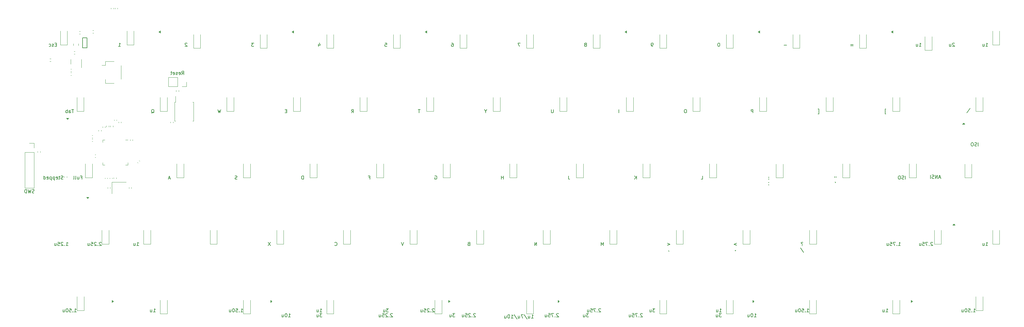
<source format=gbr>
%TF.GenerationSoftware,KiCad,Pcbnew,(6.0.0)*%
%TF.CreationDate,2022-07-27T19:10:37+03:00*%
%TF.ProjectId,SST60,53535436-302e-46b6-9963-61645f706362,0.1*%
%TF.SameCoordinates,Original*%
%TF.FileFunction,Legend,Bot*%
%TF.FilePolarity,Positive*%
%FSLAX46Y46*%
G04 Gerber Fmt 4.6, Leading zero omitted, Abs format (unit mm)*
G04 Created by KiCad (PCBNEW (6.0.0)) date 2022-07-27 19:10:37*
%MOMM*%
%LPD*%
G01*
G04 APERTURE LIST*
%ADD10C,0.150000*%
%ADD11C,0.120000*%
%ADD12C,0.100000*%
G04 APERTURE END LIST*
D10*
X241892857Y-130452380D02*
X242464285Y-130452380D01*
X242178571Y-130452380D02*
X242178571Y-129452380D01*
X242273809Y-129595238D01*
X242369047Y-129690476D01*
X242464285Y-129738095D01*
X241273809Y-129452380D02*
X241178571Y-129452380D01*
X241083333Y-129500000D01*
X241035714Y-129547619D01*
X240988095Y-129642857D01*
X240940476Y-129833333D01*
X240940476Y-130071428D01*
X240988095Y-130261904D01*
X241035714Y-130357142D01*
X241083333Y-130404761D01*
X241178571Y-130452380D01*
X241273809Y-130452380D01*
X241369047Y-130404761D01*
X241416666Y-130357142D01*
X241464285Y-130261904D01*
X241511904Y-130071428D01*
X241511904Y-129833333D01*
X241464285Y-129642857D01*
X241416666Y-129547619D01*
X241369047Y-129500000D01*
X241273809Y-129452380D01*
X240083333Y-129785714D02*
X240083333Y-130452380D01*
X240511904Y-129785714D02*
X240511904Y-130309523D01*
X240464285Y-130404761D01*
X240369047Y-130452380D01*
X240226190Y-130452380D01*
X240130952Y-130404761D01*
X240083333Y-130357142D01*
X108642857Y-130452380D02*
X109214285Y-130452380D01*
X108928571Y-130452380D02*
X108928571Y-129452380D01*
X109023809Y-129595238D01*
X109119047Y-129690476D01*
X109214285Y-129738095D01*
X108023809Y-129452380D02*
X107928571Y-129452380D01*
X107833333Y-129500000D01*
X107785714Y-129547619D01*
X107738095Y-129642857D01*
X107690476Y-129833333D01*
X107690476Y-130071428D01*
X107738095Y-130261904D01*
X107785714Y-130357142D01*
X107833333Y-130404761D01*
X107928571Y-130452380D01*
X108023809Y-130452380D01*
X108119047Y-130404761D01*
X108166666Y-130357142D01*
X108214285Y-130261904D01*
X108261904Y-130071428D01*
X108261904Y-129833333D01*
X108214285Y-129642857D01*
X108166666Y-129547619D01*
X108119047Y-129500000D01*
X108023809Y-129452380D01*
X106833333Y-129785714D02*
X106833333Y-130452380D01*
X107261904Y-129785714D02*
X107261904Y-130309523D01*
X107214285Y-130404761D01*
X107119047Y-130452380D01*
X106976190Y-130452380D01*
X106880952Y-130404761D01*
X106833333Y-130357142D01*
%TO.C,1.50u*%
X47394642Y-129039880D02*
X47966071Y-129039880D01*
X47680357Y-129039880D02*
X47680357Y-128039880D01*
X47775595Y-128182738D01*
X47870833Y-128277976D01*
X47966071Y-128325595D01*
X46966071Y-128944642D02*
X46918452Y-128992261D01*
X46966071Y-129039880D01*
X47013690Y-128992261D01*
X46966071Y-128944642D01*
X46966071Y-129039880D01*
X46013690Y-128039880D02*
X46489880Y-128039880D01*
X46537500Y-128516071D01*
X46489880Y-128468452D01*
X46394642Y-128420833D01*
X46156547Y-128420833D01*
X46061309Y-128468452D01*
X46013690Y-128516071D01*
X45966071Y-128611309D01*
X45966071Y-128849404D01*
X46013690Y-128944642D01*
X46061309Y-128992261D01*
X46156547Y-129039880D01*
X46394642Y-129039880D01*
X46489880Y-128992261D01*
X46537500Y-128944642D01*
X45347023Y-128039880D02*
X45251785Y-128039880D01*
X45156547Y-128087500D01*
X45108928Y-128135119D01*
X45061309Y-128230357D01*
X45013690Y-128420833D01*
X45013690Y-128658928D01*
X45061309Y-128849404D01*
X45108928Y-128944642D01*
X45156547Y-128992261D01*
X45251785Y-129039880D01*
X45347023Y-129039880D01*
X45442261Y-128992261D01*
X45489880Y-128944642D01*
X45537500Y-128849404D01*
X45585119Y-128658928D01*
X45585119Y-128420833D01*
X45537500Y-128230357D01*
X45489880Y-128135119D01*
X45442261Y-128087500D01*
X45347023Y-128039880D01*
X44156547Y-128373214D02*
X44156547Y-129039880D01*
X44585119Y-128373214D02*
X44585119Y-128897023D01*
X44537500Y-128992261D01*
X44442261Y-129039880D01*
X44299404Y-129039880D01*
X44204166Y-128992261D01*
X44156547Y-128944642D01*
%TO.C,T*%
X146335714Y-70889880D02*
X145764285Y-70889880D01*
X146050000Y-71889880D02*
X146050000Y-70889880D01*
%TO.C,Tab*%
X47227976Y-70889880D02*
X46656547Y-70889880D01*
X46942261Y-71889880D02*
X46942261Y-70889880D01*
X45894642Y-71889880D02*
X45894642Y-71366071D01*
X45942261Y-71270833D01*
X46037500Y-71223214D01*
X46227976Y-71223214D01*
X46323214Y-71270833D01*
X45894642Y-71842261D02*
X45989880Y-71889880D01*
X46227976Y-71889880D01*
X46323214Y-71842261D01*
X46370833Y-71747023D01*
X46370833Y-71651785D01*
X46323214Y-71556547D01*
X46227976Y-71508928D01*
X45989880Y-71508928D01*
X45894642Y-71461309D01*
X45418452Y-71889880D02*
X45418452Y-70889880D01*
X45418452Y-71270833D02*
X45323214Y-71223214D01*
X45132738Y-71223214D01*
X45037500Y-71270833D01*
X44989880Y-71318452D01*
X44942261Y-71413690D01*
X44942261Y-71699404D01*
X44989880Y-71794642D01*
X45037500Y-71842261D01*
X45132738Y-71889880D01*
X45323214Y-71889880D01*
X45418452Y-71842261D01*
%TO.C,[*%
X260159523Y-72223214D02*
X260397619Y-72223214D01*
X260397619Y-70794642D01*
X260159523Y-70794642D01*
%TO.C,1.50u*%
X256944642Y-129039880D02*
X257516071Y-129039880D01*
X257230357Y-129039880D02*
X257230357Y-128039880D01*
X257325595Y-128182738D01*
X257420833Y-128277976D01*
X257516071Y-128325595D01*
X256516071Y-128944642D02*
X256468452Y-128992261D01*
X256516071Y-129039880D01*
X256563690Y-128992261D01*
X256516071Y-128944642D01*
X256516071Y-129039880D01*
X255563690Y-128039880D02*
X256039880Y-128039880D01*
X256087500Y-128516071D01*
X256039880Y-128468452D01*
X255944642Y-128420833D01*
X255706547Y-128420833D01*
X255611309Y-128468452D01*
X255563690Y-128516071D01*
X255516071Y-128611309D01*
X255516071Y-128849404D01*
X255563690Y-128944642D01*
X255611309Y-128992261D01*
X255706547Y-129039880D01*
X255944642Y-129039880D01*
X256039880Y-128992261D01*
X256087500Y-128944642D01*
X254897023Y-128039880D02*
X254801785Y-128039880D01*
X254706547Y-128087500D01*
X254658928Y-128135119D01*
X254611309Y-128230357D01*
X254563690Y-128420833D01*
X254563690Y-128658928D01*
X254611309Y-128849404D01*
X254658928Y-128944642D01*
X254706547Y-128992261D01*
X254801785Y-129039880D01*
X254897023Y-129039880D01*
X254992261Y-128992261D01*
X255039880Y-128944642D01*
X255087500Y-128849404D01*
X255135119Y-128658928D01*
X255135119Y-128420833D01*
X255087500Y-128230357D01*
X255039880Y-128135119D01*
X254992261Y-128087500D01*
X254897023Y-128039880D01*
X253706547Y-128373214D02*
X253706547Y-129039880D01*
X254135119Y-128373214D02*
X254135119Y-128897023D01*
X254087500Y-128992261D01*
X253992261Y-129039880D01*
X253849404Y-129039880D01*
X253754166Y-128992261D01*
X253706547Y-128944642D01*
%TO.C,R*%
X126690476Y-71889880D02*
X127023809Y-71413690D01*
X127261904Y-71889880D02*
X127261904Y-70889880D01*
X126880952Y-70889880D01*
X126785714Y-70937500D01*
X126738095Y-70985119D01*
X126690476Y-71080357D01*
X126690476Y-71223214D01*
X126738095Y-71318452D01*
X126785714Y-71366071D01*
X126880952Y-71413690D01*
X127261904Y-71413690D01*
%TO.C,<*%
X217106547Y-109323214D02*
X217868452Y-109608928D01*
X217106547Y-109894642D01*
X217439880Y-111404761D02*
X217439880Y-111452380D01*
X217487500Y-111547619D01*
X217535119Y-111595238D01*
%TO.C,Stepped*%
X44165714Y-90892261D02*
X44022857Y-90939880D01*
X43784761Y-90939880D01*
X43689523Y-90892261D01*
X43641904Y-90844642D01*
X43594285Y-90749404D01*
X43594285Y-90654166D01*
X43641904Y-90558928D01*
X43689523Y-90511309D01*
X43784761Y-90463690D01*
X43975238Y-90416071D01*
X44070476Y-90368452D01*
X44118095Y-90320833D01*
X44165714Y-90225595D01*
X44165714Y-90130357D01*
X44118095Y-90035119D01*
X44070476Y-89987500D01*
X43975238Y-89939880D01*
X43737142Y-89939880D01*
X43594285Y-89987500D01*
X43308571Y-90273214D02*
X42927619Y-90273214D01*
X43165714Y-89939880D02*
X43165714Y-90797023D01*
X43118095Y-90892261D01*
X43022857Y-90939880D01*
X42927619Y-90939880D01*
X42213333Y-90892261D02*
X42308571Y-90939880D01*
X42499047Y-90939880D01*
X42594285Y-90892261D01*
X42641904Y-90797023D01*
X42641904Y-90416071D01*
X42594285Y-90320833D01*
X42499047Y-90273214D01*
X42308571Y-90273214D01*
X42213333Y-90320833D01*
X42165714Y-90416071D01*
X42165714Y-90511309D01*
X42641904Y-90606547D01*
X41737142Y-90273214D02*
X41737142Y-91273214D01*
X41737142Y-90320833D02*
X41641904Y-90273214D01*
X41451428Y-90273214D01*
X41356190Y-90320833D01*
X41308571Y-90368452D01*
X41260952Y-90463690D01*
X41260952Y-90749404D01*
X41308571Y-90844642D01*
X41356190Y-90892261D01*
X41451428Y-90939880D01*
X41641904Y-90939880D01*
X41737142Y-90892261D01*
X40832380Y-90273214D02*
X40832380Y-91273214D01*
X40832380Y-90320833D02*
X40737142Y-90273214D01*
X40546666Y-90273214D01*
X40451428Y-90320833D01*
X40403809Y-90368452D01*
X40356190Y-90463690D01*
X40356190Y-90749404D01*
X40403809Y-90844642D01*
X40451428Y-90892261D01*
X40546666Y-90939880D01*
X40737142Y-90939880D01*
X40832380Y-90892261D01*
X39546666Y-90892261D02*
X39641904Y-90939880D01*
X39832380Y-90939880D01*
X39927619Y-90892261D01*
X39975238Y-90797023D01*
X39975238Y-90416071D01*
X39927619Y-90320833D01*
X39832380Y-90273214D01*
X39641904Y-90273214D01*
X39546666Y-90320833D01*
X39499047Y-90416071D01*
X39499047Y-90511309D01*
X39975238Y-90606547D01*
X38641904Y-90939880D02*
X38641904Y-89939880D01*
X38641904Y-90892261D02*
X38737142Y-90939880D01*
X38927619Y-90939880D01*
X39022857Y-90892261D01*
X39070476Y-90844642D01*
X39118095Y-90749404D01*
X39118095Y-90463690D01*
X39070476Y-90368452D01*
X39022857Y-90320833D01*
X38927619Y-90273214D01*
X38737142Y-90273214D01*
X38641904Y-90320833D01*
%TO.C,S*%
X93948214Y-90892261D02*
X93805357Y-90939880D01*
X93567261Y-90939880D01*
X93472023Y-90892261D01*
X93424404Y-90844642D01*
X93376785Y-90749404D01*
X93376785Y-90654166D01*
X93424404Y-90558928D01*
X93472023Y-90511309D01*
X93567261Y-90463690D01*
X93757738Y-90416071D01*
X93852976Y-90368452D01*
X93900595Y-90320833D01*
X93948214Y-90225595D01*
X93948214Y-90130357D01*
X93900595Y-90035119D01*
X93852976Y-89987500D01*
X93757738Y-89939880D01*
X93519642Y-89939880D01*
X93376785Y-89987500D01*
%TO.C,B*%
X160266071Y-109466071D02*
X160123214Y-109513690D01*
X160075595Y-109561309D01*
X160027976Y-109656547D01*
X160027976Y-109799404D01*
X160075595Y-109894642D01*
X160123214Y-109942261D01*
X160218452Y-109989880D01*
X160599404Y-109989880D01*
X160599404Y-108989880D01*
X160266071Y-108989880D01*
X160170833Y-109037500D01*
X160123214Y-109085119D01*
X160075595Y-109180357D01*
X160075595Y-109275595D01*
X160123214Y-109370833D01*
X160170833Y-109418452D01*
X160266071Y-109466071D01*
X160599404Y-109466071D01*
%TO.C,H*%
X170148214Y-90939880D02*
X170148214Y-89939880D01*
X170148214Y-90416071D02*
X169576785Y-90416071D01*
X169576785Y-90939880D02*
X169576785Y-89939880D01*
%TO.C,D*%
X112974404Y-90939880D02*
X112974404Y-89939880D01*
X112736309Y-89939880D01*
X112593452Y-89987500D01*
X112498214Y-90082738D01*
X112450595Y-90177976D01*
X112402976Y-90368452D01*
X112402976Y-90511309D01*
X112450595Y-90701785D01*
X112498214Y-90797023D01*
X112593452Y-90892261D01*
X112736309Y-90939880D01*
X112974404Y-90939880D01*
%TO.C,J*%
X188769642Y-89939880D02*
X188769642Y-90654166D01*
X188817261Y-90797023D01*
X188912500Y-90892261D01*
X189055357Y-90939880D01*
X189150595Y-90939880D01*
%TO.C,ISO*%
X285162500Y-90939880D02*
X285162500Y-89939880D01*
X284733928Y-90892261D02*
X284591071Y-90939880D01*
X284352976Y-90939880D01*
X284257738Y-90892261D01*
X284210119Y-90844642D01*
X284162500Y-90749404D01*
X284162500Y-90654166D01*
X284210119Y-90558928D01*
X284257738Y-90511309D01*
X284352976Y-90463690D01*
X284543452Y-90416071D01*
X284638690Y-90368452D01*
X284686309Y-90320833D01*
X284733928Y-90225595D01*
X284733928Y-90130357D01*
X284686309Y-90035119D01*
X284638690Y-89987500D01*
X284543452Y-89939880D01*
X284305357Y-89939880D01*
X284162500Y-89987500D01*
X283543452Y-89939880D02*
X283352976Y-89939880D01*
X283257738Y-89987500D01*
X283162500Y-90082738D01*
X283114880Y-90273214D01*
X283114880Y-90606547D01*
X283162500Y-90797023D01*
X283257738Y-90892261D01*
X283352976Y-90939880D01*
X283543452Y-90939880D01*
X283638690Y-90892261D01*
X283733928Y-90797023D01*
X283781547Y-90606547D01*
X283781547Y-90273214D01*
X283733928Y-90082738D01*
X283638690Y-89987500D01*
X283543452Y-89939880D01*
%TO.C,1u*%
X117641666Y-129039880D02*
X118213095Y-129039880D01*
X117927380Y-129039880D02*
X117927380Y-128039880D01*
X118022619Y-128182738D01*
X118117857Y-128277976D01*
X118213095Y-128325595D01*
X116784523Y-128373214D02*
X116784523Y-129039880D01*
X117213095Y-128373214D02*
X117213095Y-128897023D01*
X117165476Y-128992261D01*
X117070238Y-129039880D01*
X116927380Y-129039880D01*
X116832142Y-128992261D01*
X116784523Y-128944642D01*
X308141666Y-109989880D02*
X308713095Y-109989880D01*
X308427380Y-109989880D02*
X308427380Y-108989880D01*
X308522619Y-109132738D01*
X308617857Y-109227976D01*
X308713095Y-109275595D01*
X307284523Y-109323214D02*
X307284523Y-109989880D01*
X307713095Y-109323214D02*
X307713095Y-109847023D01*
X307665476Y-109942261D01*
X307570238Y-109989880D01*
X307427380Y-109989880D01*
X307332142Y-109942261D01*
X307284523Y-109894642D01*
%TO.C,W*%
X89328571Y-70889880D02*
X89090476Y-71889880D01*
X88900000Y-71175595D01*
X88709523Y-71889880D01*
X88471428Y-70889880D01*
%TO.C,-*%
X251205952Y-52458928D02*
X250444047Y-52458928D01*
%TO.C,1.75u*%
X283138392Y-109989880D02*
X283709821Y-109989880D01*
X283424107Y-109989880D02*
X283424107Y-108989880D01*
X283519345Y-109132738D01*
X283614583Y-109227976D01*
X283709821Y-109275595D01*
X282709821Y-109894642D02*
X282662202Y-109942261D01*
X282709821Y-109989880D01*
X282757440Y-109942261D01*
X282709821Y-109894642D01*
X282709821Y-109989880D01*
X282328869Y-108989880D02*
X281662202Y-108989880D01*
X282090773Y-109989880D01*
X280805059Y-108989880D02*
X281281250Y-108989880D01*
X281328869Y-109466071D01*
X281281250Y-109418452D01*
X281186011Y-109370833D01*
X280947916Y-109370833D01*
X280852678Y-109418452D01*
X280805059Y-109466071D01*
X280757440Y-109561309D01*
X280757440Y-109799404D01*
X280805059Y-109894642D01*
X280852678Y-109942261D01*
X280947916Y-109989880D01*
X281186011Y-109989880D01*
X281281250Y-109942261D01*
X281328869Y-109894642D01*
X279900297Y-109323214D02*
X279900297Y-109989880D01*
X280328869Y-109323214D02*
X280328869Y-109847023D01*
X280281250Y-109942261D01*
X280186011Y-109989880D01*
X280043154Y-109989880D01*
X279947916Y-109942261D01*
X279900297Y-109894642D01*
%TO.C,V*%
X141620833Y-108989880D02*
X141287500Y-109989880D01*
X140954166Y-108989880D01*
%TO.C,X*%
X103520833Y-108989880D02*
X102854166Y-109989880D01*
X102854166Y-108989880D02*
X103520833Y-109989880D01*
%TO.C,1u*%
X279566666Y-129039880D02*
X280138095Y-129039880D01*
X279852380Y-129039880D02*
X279852380Y-128039880D01*
X279947619Y-128182738D01*
X280042857Y-128277976D01*
X280138095Y-128325595D01*
X278709523Y-128373214D02*
X278709523Y-129039880D01*
X279138095Y-128373214D02*
X279138095Y-128897023D01*
X279090476Y-128992261D01*
X278995238Y-129039880D01*
X278852380Y-129039880D01*
X278757142Y-128992261D01*
X278709523Y-128944642D01*
%TO.C,5*%
X136286904Y-51839880D02*
X136763095Y-51839880D01*
X136810714Y-52316071D01*
X136763095Y-52268452D01*
X136667857Y-52220833D01*
X136429761Y-52220833D01*
X136334523Y-52268452D01*
X136286904Y-52316071D01*
X136239285Y-52411309D01*
X136239285Y-52649404D01*
X136286904Y-52744642D01*
X136334523Y-52792261D01*
X136429761Y-52839880D01*
X136667857Y-52839880D01*
X136763095Y-52792261D01*
X136810714Y-52744642D01*
%TO.C,G*%
X150550595Y-89987500D02*
X150645833Y-89939880D01*
X150788690Y-89939880D01*
X150931547Y-89987500D01*
X151026785Y-90082738D01*
X151074404Y-90177976D01*
X151122023Y-90368452D01*
X151122023Y-90511309D01*
X151074404Y-90701785D01*
X151026785Y-90797023D01*
X150931547Y-90892261D01*
X150788690Y-90939880D01*
X150693452Y-90939880D01*
X150550595Y-90892261D01*
X150502976Y-90844642D01*
X150502976Y-90511309D01*
X150693452Y-90511309D01*
%TO.C,1u*%
X231941666Y-129039880D02*
X232513095Y-129039880D01*
X232227380Y-129039880D02*
X232227380Y-128039880D01*
X232322619Y-128182738D01*
X232417857Y-128277976D01*
X232513095Y-128325595D01*
X231084523Y-128373214D02*
X231084523Y-129039880D01*
X231513095Y-128373214D02*
X231513095Y-128897023D01*
X231465476Y-128992261D01*
X231370238Y-129039880D01*
X231227380Y-129039880D01*
X231132142Y-128992261D01*
X231084523Y-128944642D01*
%TO.C,:*%
X246062500Y-90844642D02*
X246014880Y-90892261D01*
X246062500Y-90939880D01*
X246110119Y-90892261D01*
X246062500Y-90844642D01*
X246062500Y-90939880D01*
X246062500Y-90320833D02*
X246014880Y-90368452D01*
X246062500Y-90416071D01*
X246110119Y-90368452D01*
X246062500Y-90320833D01*
X246062500Y-90416071D01*
X246014880Y-92404761D02*
X246014880Y-92452380D01*
X246062500Y-92547619D01*
X246110119Y-92595238D01*
X246062500Y-91833333D02*
X246014880Y-91880952D01*
X246062500Y-91928571D01*
X246110119Y-91880952D01*
X246062500Y-91833333D01*
X246062500Y-91928571D01*
%TO.C,8*%
X193770238Y-52268452D02*
X193865476Y-52220833D01*
X193913095Y-52173214D01*
X193960714Y-52077976D01*
X193960714Y-52030357D01*
X193913095Y-51935119D01*
X193865476Y-51887500D01*
X193770238Y-51839880D01*
X193579761Y-51839880D01*
X193484523Y-51887500D01*
X193436904Y-51935119D01*
X193389285Y-52030357D01*
X193389285Y-52077976D01*
X193436904Y-52173214D01*
X193484523Y-52220833D01*
X193579761Y-52268452D01*
X193770238Y-52268452D01*
X193865476Y-52316071D01*
X193913095Y-52363690D01*
X193960714Y-52458928D01*
X193960714Y-52649404D01*
X193913095Y-52744642D01*
X193865476Y-52792261D01*
X193770238Y-52839880D01*
X193579761Y-52839880D01*
X193484523Y-52792261D01*
X193436904Y-52744642D01*
X193389285Y-52649404D01*
X193389285Y-52458928D01*
X193436904Y-52363690D01*
X193484523Y-52316071D01*
X193579761Y-52268452D01*
%TO.C,P*%
X241561904Y-71889880D02*
X241561904Y-70889880D01*
X241180952Y-70889880D01*
X241085714Y-70937500D01*
X241038095Y-70985119D01*
X240990476Y-71080357D01*
X240990476Y-71223214D01*
X241038095Y-71318452D01*
X241085714Y-71366071D01*
X241180952Y-71413690D01*
X241561904Y-71413690D01*
%TO.C,2.25u*%
X150359821Y-128135119D02*
X150312202Y-128087500D01*
X150216964Y-128039880D01*
X149978869Y-128039880D01*
X149883630Y-128087500D01*
X149836011Y-128135119D01*
X149788392Y-128230357D01*
X149788392Y-128325595D01*
X149836011Y-128468452D01*
X150407440Y-129039880D01*
X149788392Y-129039880D01*
X149359821Y-128944642D02*
X149312202Y-128992261D01*
X149359821Y-129039880D01*
X149407440Y-128992261D01*
X149359821Y-128944642D01*
X149359821Y-129039880D01*
X148931250Y-128135119D02*
X148883630Y-128087500D01*
X148788392Y-128039880D01*
X148550297Y-128039880D01*
X148455059Y-128087500D01*
X148407440Y-128135119D01*
X148359821Y-128230357D01*
X148359821Y-128325595D01*
X148407440Y-128468452D01*
X148978869Y-129039880D01*
X148359821Y-129039880D01*
X147455059Y-128039880D02*
X147931250Y-128039880D01*
X147978869Y-128516071D01*
X147931250Y-128468452D01*
X147836011Y-128420833D01*
X147597916Y-128420833D01*
X147502678Y-128468452D01*
X147455059Y-128516071D01*
X147407440Y-128611309D01*
X147407440Y-128849404D01*
X147455059Y-128944642D01*
X147502678Y-128992261D01*
X147597916Y-129039880D01*
X147836011Y-129039880D01*
X147931250Y-128992261D01*
X147978869Y-128944642D01*
X146550297Y-128373214D02*
X146550297Y-129039880D01*
X146978869Y-128373214D02*
X146978869Y-128897023D01*
X146931250Y-128992261D01*
X146836011Y-129039880D01*
X146693154Y-129039880D01*
X146597916Y-128992261D01*
X146550297Y-128944642D01*
X138428571Y-129547619D02*
X138380952Y-129500000D01*
X138285714Y-129452380D01*
X138047619Y-129452380D01*
X137952380Y-129500000D01*
X137904761Y-129547619D01*
X137857142Y-129642857D01*
X137857142Y-129738095D01*
X137904761Y-129880952D01*
X138476190Y-130452380D01*
X137857142Y-130452380D01*
X137428571Y-130357142D02*
X137380952Y-130404761D01*
X137428571Y-130452380D01*
X137476190Y-130404761D01*
X137428571Y-130357142D01*
X137428571Y-130452380D01*
X137000000Y-129547619D02*
X136952380Y-129500000D01*
X136857142Y-129452380D01*
X136619047Y-129452380D01*
X136523809Y-129500000D01*
X136476190Y-129547619D01*
X136428571Y-129642857D01*
X136428571Y-129738095D01*
X136476190Y-129880952D01*
X137047619Y-130452380D01*
X136428571Y-130452380D01*
X135523809Y-129452380D02*
X136000000Y-129452380D01*
X136047619Y-129928571D01*
X136000000Y-129880952D01*
X135904761Y-129833333D01*
X135666666Y-129833333D01*
X135571428Y-129880952D01*
X135523809Y-129928571D01*
X135476190Y-130023809D01*
X135476190Y-130261904D01*
X135523809Y-130357142D01*
X135571428Y-130404761D01*
X135666666Y-130452380D01*
X135904761Y-130452380D01*
X136000000Y-130404761D01*
X136047619Y-130357142D01*
X134619047Y-129785714D02*
X134619047Y-130452380D01*
X135047619Y-129785714D02*
X135047619Y-130309523D01*
X135000000Y-130404761D01*
X134904761Y-130452380D01*
X134761904Y-130452380D01*
X134666666Y-130404761D01*
X134619047Y-130357142D01*
X162178571Y-129547619D02*
X162130952Y-129500000D01*
X162035714Y-129452380D01*
X161797619Y-129452380D01*
X161702380Y-129500000D01*
X161654761Y-129547619D01*
X161607142Y-129642857D01*
X161607142Y-129738095D01*
X161654761Y-129880952D01*
X162226190Y-130452380D01*
X161607142Y-130452380D01*
X161178571Y-130357142D02*
X161130952Y-130404761D01*
X161178571Y-130452380D01*
X161226190Y-130404761D01*
X161178571Y-130357142D01*
X161178571Y-130452380D01*
X160750000Y-129547619D02*
X160702380Y-129500000D01*
X160607142Y-129452380D01*
X160369047Y-129452380D01*
X160273809Y-129500000D01*
X160226190Y-129547619D01*
X160178571Y-129642857D01*
X160178571Y-129738095D01*
X160226190Y-129880952D01*
X160797619Y-130452380D01*
X160178571Y-130452380D01*
X159273809Y-129452380D02*
X159750000Y-129452380D01*
X159797619Y-129928571D01*
X159750000Y-129880952D01*
X159654761Y-129833333D01*
X159416666Y-129833333D01*
X159321428Y-129880952D01*
X159273809Y-129928571D01*
X159226190Y-130023809D01*
X159226190Y-130261904D01*
X159273809Y-130357142D01*
X159321428Y-130404761D01*
X159416666Y-130452380D01*
X159654761Y-130452380D01*
X159750000Y-130404761D01*
X159797619Y-130357142D01*
X158369047Y-129785714D02*
X158369047Y-130452380D01*
X158797619Y-129785714D02*
X158797619Y-130309523D01*
X158750000Y-130404761D01*
X158654761Y-130452380D01*
X158511904Y-130452380D01*
X158416666Y-130404761D01*
X158369047Y-130357142D01*
%TO.C,Q*%
X69469047Y-71985119D02*
X69564285Y-71937500D01*
X69659523Y-71842261D01*
X69802380Y-71699404D01*
X69897619Y-71651785D01*
X69992857Y-71651785D01*
X69945238Y-71889880D02*
X70040476Y-71842261D01*
X70135714Y-71747023D01*
X70183333Y-71556547D01*
X70183333Y-71223214D01*
X70135714Y-71032738D01*
X70040476Y-70937500D01*
X69945238Y-70889880D01*
X69754761Y-70889880D01*
X69659523Y-70937500D01*
X69564285Y-71032738D01*
X69516666Y-71223214D01*
X69516666Y-71556547D01*
X69564285Y-71747023D01*
X69659523Y-71842261D01*
X69754761Y-71889880D01*
X69945238Y-71889880D01*
%TO.C,1*%
X60039285Y-52839880D02*
X60610714Y-52839880D01*
X60325000Y-52839880D02*
X60325000Y-51839880D01*
X60420238Y-51982738D01*
X60515476Y-52077976D01*
X60610714Y-52125595D01*
%TO.C,Y*%
X165100000Y-71413690D02*
X165100000Y-71889880D01*
X165433333Y-70889880D02*
X165100000Y-71413690D01*
X164766666Y-70889880D01*
%TO.C,]*%
X279590476Y-72223214D02*
X279352380Y-72223214D01*
X279352380Y-70794642D01*
X279590476Y-70794642D01*
%TO.C,1u/7u/10u*%
X178157619Y-130782380D02*
X178729047Y-130782380D01*
X178443333Y-130782380D02*
X178443333Y-129782380D01*
X178538571Y-129925238D01*
X178633809Y-130020476D01*
X178729047Y-130068095D01*
X177300476Y-130115714D02*
X177300476Y-130782380D01*
X177729047Y-130115714D02*
X177729047Y-130639523D01*
X177681428Y-130734761D01*
X177586190Y-130782380D01*
X177443333Y-130782380D01*
X177348095Y-130734761D01*
X177300476Y-130687142D01*
X176110000Y-129734761D02*
X176967142Y-131020476D01*
X175871904Y-129782380D02*
X175205238Y-129782380D01*
X175633809Y-130782380D01*
X174395714Y-130115714D02*
X174395714Y-130782380D01*
X174824285Y-130115714D02*
X174824285Y-130639523D01*
X174776666Y-130734761D01*
X174681428Y-130782380D01*
X174538571Y-130782380D01*
X174443333Y-130734761D01*
X174395714Y-130687142D01*
X173205238Y-129734761D02*
X174062380Y-131020476D01*
X172348095Y-130782380D02*
X172919523Y-130782380D01*
X172633809Y-130782380D02*
X172633809Y-129782380D01*
X172729047Y-129925238D01*
X172824285Y-130020476D01*
X172919523Y-130068095D01*
X171729047Y-129782380D02*
X171633809Y-129782380D01*
X171538571Y-129830000D01*
X171490952Y-129877619D01*
X171443333Y-129972857D01*
X171395714Y-130163333D01*
X171395714Y-130401428D01*
X171443333Y-130591904D01*
X171490952Y-130687142D01*
X171538571Y-130734761D01*
X171633809Y-130782380D01*
X171729047Y-130782380D01*
X171824285Y-130734761D01*
X171871904Y-130687142D01*
X171919523Y-130591904D01*
X171967142Y-130401428D01*
X171967142Y-130163333D01*
X171919523Y-129972857D01*
X171871904Y-129877619D01*
X171824285Y-129830000D01*
X171729047Y-129782380D01*
X170538571Y-130115714D02*
X170538571Y-130782380D01*
X170967142Y-130115714D02*
X170967142Y-130639523D01*
X170919523Y-130734761D01*
X170824285Y-130782380D01*
X170681428Y-130782380D01*
X170586190Y-130734761D01*
X170538571Y-130687142D01*
%TO.C,9*%
X212915476Y-52839880D02*
X212725000Y-52839880D01*
X212629761Y-52792261D01*
X212582142Y-52744642D01*
X212486904Y-52601785D01*
X212439285Y-52411309D01*
X212439285Y-52030357D01*
X212486904Y-51935119D01*
X212534523Y-51887500D01*
X212629761Y-51839880D01*
X212820238Y-51839880D01*
X212915476Y-51887500D01*
X212963095Y-51935119D01*
X213010714Y-52030357D01*
X213010714Y-52268452D01*
X212963095Y-52363690D01*
X212915476Y-52411309D01*
X212820238Y-52458928D01*
X212629761Y-52458928D01*
X212534523Y-52411309D01*
X212486904Y-52363690D01*
X212439285Y-52268452D01*
%TO.C,1u*%
X65254166Y-109989880D02*
X65825595Y-109989880D01*
X65539880Y-109989880D02*
X65539880Y-108989880D01*
X65635119Y-109132738D01*
X65730357Y-109227976D01*
X65825595Y-109275595D01*
X64397023Y-109323214D02*
X64397023Y-109989880D01*
X64825595Y-109323214D02*
X64825595Y-109847023D01*
X64777976Y-109942261D01*
X64682738Y-109989880D01*
X64539880Y-109989880D01*
X64444642Y-109942261D01*
X64397023Y-109894642D01*
%TO.C,>*%
X236918452Y-109323214D02*
X236156547Y-109608928D01*
X236918452Y-109894642D01*
X236537500Y-111357142D02*
X236489880Y-111404761D01*
X236537500Y-111452380D01*
X236585119Y-111404761D01*
X236537500Y-111357142D01*
X236537500Y-111452380D01*
%TO.C,2.75u*%
X292968571Y-109085119D02*
X292920952Y-109037500D01*
X292825714Y-108989880D01*
X292587619Y-108989880D01*
X292492380Y-109037500D01*
X292444761Y-109085119D01*
X292397142Y-109180357D01*
X292397142Y-109275595D01*
X292444761Y-109418452D01*
X293016190Y-109989880D01*
X292397142Y-109989880D01*
X291968571Y-109894642D02*
X291920952Y-109942261D01*
X291968571Y-109989880D01*
X292016190Y-109942261D01*
X291968571Y-109894642D01*
X291968571Y-109989880D01*
X291587619Y-108989880D02*
X290920952Y-108989880D01*
X291349523Y-109989880D01*
X290063809Y-108989880D02*
X290540000Y-108989880D01*
X290587619Y-109466071D01*
X290540000Y-109418452D01*
X290444761Y-109370833D01*
X290206666Y-109370833D01*
X290111428Y-109418452D01*
X290063809Y-109466071D01*
X290016190Y-109561309D01*
X290016190Y-109799404D01*
X290063809Y-109894642D01*
X290111428Y-109942261D01*
X290206666Y-109989880D01*
X290444761Y-109989880D01*
X290540000Y-109942261D01*
X290587619Y-109894642D01*
X289159047Y-109323214D02*
X289159047Y-109989880D01*
X289587619Y-109323214D02*
X289587619Y-109847023D01*
X289540000Y-109942261D01*
X289444761Y-109989880D01*
X289301904Y-109989880D01*
X289206666Y-109942261D01*
X289159047Y-109894642D01*
%TO.C,C*%
X121927976Y-109894642D02*
X121975595Y-109942261D01*
X122118452Y-109989880D01*
X122213690Y-109989880D01*
X122356547Y-109942261D01*
X122451785Y-109847023D01*
X122499404Y-109751785D01*
X122547023Y-109561309D01*
X122547023Y-109418452D01*
X122499404Y-109227976D01*
X122451785Y-109132738D01*
X122356547Y-109037500D01*
X122213690Y-108989880D01*
X122118452Y-108989880D01*
X121975595Y-109037500D01*
X121927976Y-109085119D01*
%TO.C,E*%
X108164285Y-71366071D02*
X107830952Y-71366071D01*
X107688095Y-71889880D02*
X108164285Y-71889880D01*
X108164285Y-70889880D01*
X107688095Y-70889880D01*
%TO.C,ANSI*%
X295226190Y-90416666D02*
X294750000Y-90416666D01*
X295321428Y-90702380D02*
X294988095Y-89702380D01*
X294654761Y-90702380D01*
X294321428Y-90702380D02*
X294321428Y-89702380D01*
X293750000Y-90702380D01*
X293750000Y-89702380D01*
X293321428Y-90654761D02*
X293178571Y-90702380D01*
X292940476Y-90702380D01*
X292845238Y-90654761D01*
X292797619Y-90607142D01*
X292750000Y-90511904D01*
X292750000Y-90416666D01*
X292797619Y-90321428D01*
X292845238Y-90273809D01*
X292940476Y-90226190D01*
X293130952Y-90178571D01*
X293226190Y-90130952D01*
X293273809Y-90083333D01*
X293321428Y-89988095D01*
X293321428Y-89892857D01*
X293273809Y-89797619D01*
X293226190Y-89750000D01*
X293130952Y-89702380D01*
X292892857Y-89702380D01*
X292750000Y-89750000D01*
X292321428Y-90702380D02*
X292321428Y-89702380D01*
%TO.C,A*%
X74850595Y-90654166D02*
X74374404Y-90654166D01*
X74945833Y-90939880D02*
X74612500Y-89939880D01*
X74279166Y-90939880D01*
%TO.C,1u*%
X308141666Y-52839880D02*
X308713095Y-52839880D01*
X308427380Y-52839880D02*
X308427380Y-51839880D01*
X308522619Y-51982738D01*
X308617857Y-52077976D01*
X308713095Y-52125595D01*
X307284523Y-52173214D02*
X307284523Y-52839880D01*
X307713095Y-52173214D02*
X307713095Y-52697023D01*
X307665476Y-52792261D01*
X307570238Y-52839880D01*
X307427380Y-52839880D01*
X307332142Y-52792261D01*
X307284523Y-52744642D01*
%TO.C,0*%
X231822619Y-51839880D02*
X231727380Y-51839880D01*
X231632142Y-51887500D01*
X231584523Y-51935119D01*
X231536904Y-52030357D01*
X231489285Y-52220833D01*
X231489285Y-52458928D01*
X231536904Y-52649404D01*
X231584523Y-52744642D01*
X231632142Y-52792261D01*
X231727380Y-52839880D01*
X231822619Y-52839880D01*
X231917857Y-52792261D01*
X231965476Y-52744642D01*
X232013095Y-52649404D01*
X232060714Y-52458928D01*
X232060714Y-52220833D01*
X232013095Y-52030357D01*
X231965476Y-51935119D01*
X231917857Y-51887500D01*
X231822619Y-51839880D01*
%TO.C,L*%
X226702976Y-90939880D02*
X227179166Y-90939880D01*
X227179166Y-89939880D01*
%TO.C,I*%
X203200000Y-71889880D02*
X203200000Y-70889880D01*
%TO.C,M*%
X198770833Y-109989880D02*
X198770833Y-108989880D01*
X198437500Y-109704166D01*
X198104166Y-108989880D01*
X198104166Y-109989880D01*
%TO.C,2u*%
X299188095Y-51935119D02*
X299140476Y-51887500D01*
X299045238Y-51839880D01*
X298807142Y-51839880D01*
X298711904Y-51887500D01*
X298664285Y-51935119D01*
X298616666Y-52030357D01*
X298616666Y-52125595D01*
X298664285Y-52268452D01*
X299235714Y-52839880D01*
X298616666Y-52839880D01*
X297759523Y-52173214D02*
X297759523Y-52839880D01*
X298188095Y-52173214D02*
X298188095Y-52697023D01*
X298140476Y-52792261D01*
X298045238Y-52839880D01*
X297902380Y-52839880D01*
X297807142Y-52792261D01*
X297759523Y-52744642D01*
%TO.C,?*%
X255635119Y-109894642D02*
X255587500Y-109942261D01*
X255635119Y-109989880D01*
X255682738Y-109942261D01*
X255635119Y-109894642D01*
X255635119Y-109989880D01*
X255825595Y-109037500D02*
X255730357Y-108989880D01*
X255492261Y-108989880D01*
X255397023Y-109037500D01*
X255349404Y-109132738D01*
X255349404Y-109227976D01*
X255397023Y-109323214D01*
X255444642Y-109370833D01*
X255539880Y-109418452D01*
X255587500Y-109466071D01*
X255635119Y-109561309D01*
X255635119Y-109608928D01*
X255158928Y-110654761D02*
X256016071Y-111940476D01*
%TO.C,F*%
X131619642Y-90416071D02*
X131952976Y-90416071D01*
X131952976Y-90939880D02*
X131952976Y-89939880D01*
X131476785Y-89939880D01*
%TO.C,ISO*%
X306000000Y-81414880D02*
X306000000Y-80414880D01*
X305571428Y-81367261D02*
X305428571Y-81414880D01*
X305190476Y-81414880D01*
X305095238Y-81367261D01*
X305047619Y-81319642D01*
X305000000Y-81224404D01*
X305000000Y-81129166D01*
X305047619Y-81033928D01*
X305095238Y-80986309D01*
X305190476Y-80938690D01*
X305380952Y-80891071D01*
X305476190Y-80843452D01*
X305523809Y-80795833D01*
X305571428Y-80700595D01*
X305571428Y-80605357D01*
X305523809Y-80510119D01*
X305476190Y-80462500D01*
X305380952Y-80414880D01*
X305142857Y-80414880D01*
X305000000Y-80462500D01*
X304380952Y-80414880D02*
X304190476Y-80414880D01*
X304095238Y-80462500D01*
X304000000Y-80557738D01*
X303952380Y-80748214D01*
X303952380Y-81081547D01*
X304000000Y-81272023D01*
X304095238Y-81367261D01*
X304190476Y-81414880D01*
X304380952Y-81414880D01*
X304476190Y-81367261D01*
X304571428Y-81272023D01*
X304619047Y-81081547D01*
X304619047Y-80748214D01*
X304571428Y-80557738D01*
X304476190Y-80462500D01*
X304380952Y-80414880D01*
%TO.C,1u*%
X70016666Y-129039880D02*
X70588095Y-129039880D01*
X70302380Y-129039880D02*
X70302380Y-128039880D01*
X70397619Y-128182738D01*
X70492857Y-128277976D01*
X70588095Y-128325595D01*
X69159523Y-128373214D02*
X69159523Y-129039880D01*
X69588095Y-128373214D02*
X69588095Y-128897023D01*
X69540476Y-128992261D01*
X69445238Y-129039880D01*
X69302380Y-129039880D01*
X69207142Y-128992261D01*
X69159523Y-128944642D01*
%TO.C,N*%
X179673214Y-109989880D02*
X179673214Y-108989880D01*
X179101785Y-109989880D01*
X179101785Y-108989880D01*
%TO.C,3*%
X98758333Y-51839880D02*
X98139285Y-51839880D01*
X98472619Y-52220833D01*
X98329761Y-52220833D01*
X98234523Y-52268452D01*
X98186904Y-52316071D01*
X98139285Y-52411309D01*
X98139285Y-52649404D01*
X98186904Y-52744642D01*
X98234523Y-52792261D01*
X98329761Y-52839880D01*
X98615476Y-52839880D01*
X98710714Y-52792261D01*
X98758333Y-52744642D01*
%TO.C,6*%
X155384523Y-51839880D02*
X155575000Y-51839880D01*
X155670238Y-51887500D01*
X155717857Y-51935119D01*
X155813095Y-52077976D01*
X155860714Y-52268452D01*
X155860714Y-52649404D01*
X155813095Y-52744642D01*
X155765476Y-52792261D01*
X155670238Y-52839880D01*
X155479761Y-52839880D01*
X155384523Y-52792261D01*
X155336904Y-52744642D01*
X155289285Y-52649404D01*
X155289285Y-52411309D01*
X155336904Y-52316071D01*
X155384523Y-52268452D01*
X155479761Y-52220833D01*
X155670238Y-52220833D01*
X155765476Y-52268452D01*
X155813095Y-52316071D01*
X155860714Y-52411309D01*
%TO.C,2.75u*%
X197984821Y-128135119D02*
X197937202Y-128087500D01*
X197841964Y-128039880D01*
X197603869Y-128039880D01*
X197508630Y-128087500D01*
X197461011Y-128135119D01*
X197413392Y-128230357D01*
X197413392Y-128325595D01*
X197461011Y-128468452D01*
X198032440Y-129039880D01*
X197413392Y-129039880D01*
X196984821Y-128944642D02*
X196937202Y-128992261D01*
X196984821Y-129039880D01*
X197032440Y-128992261D01*
X196984821Y-128944642D01*
X196984821Y-129039880D01*
X196603869Y-128039880D02*
X195937202Y-128039880D01*
X196365773Y-129039880D01*
X195080059Y-128039880D02*
X195556250Y-128039880D01*
X195603869Y-128516071D01*
X195556250Y-128468452D01*
X195461011Y-128420833D01*
X195222916Y-128420833D01*
X195127678Y-128468452D01*
X195080059Y-128516071D01*
X195032440Y-128611309D01*
X195032440Y-128849404D01*
X195080059Y-128944642D01*
X195127678Y-128992261D01*
X195222916Y-129039880D01*
X195461011Y-129039880D01*
X195556250Y-128992261D01*
X195603869Y-128944642D01*
X194175297Y-128373214D02*
X194175297Y-129039880D01*
X194603869Y-128373214D02*
X194603869Y-128897023D01*
X194556250Y-128992261D01*
X194461011Y-129039880D01*
X194318154Y-129039880D01*
X194222916Y-128992261D01*
X194175297Y-128944642D01*
X185928571Y-129547619D02*
X185880952Y-129500000D01*
X185785714Y-129452380D01*
X185547619Y-129452380D01*
X185452380Y-129500000D01*
X185404761Y-129547619D01*
X185357142Y-129642857D01*
X185357142Y-129738095D01*
X185404761Y-129880952D01*
X185976190Y-130452380D01*
X185357142Y-130452380D01*
X184928571Y-130357142D02*
X184880952Y-130404761D01*
X184928571Y-130452380D01*
X184976190Y-130404761D01*
X184928571Y-130357142D01*
X184928571Y-130452380D01*
X184547619Y-129452380D02*
X183880952Y-129452380D01*
X184309523Y-130452380D01*
X183023809Y-129452380D02*
X183500000Y-129452380D01*
X183547619Y-129928571D01*
X183500000Y-129880952D01*
X183404761Y-129833333D01*
X183166666Y-129833333D01*
X183071428Y-129880952D01*
X183023809Y-129928571D01*
X182976190Y-130023809D01*
X182976190Y-130261904D01*
X183023809Y-130357142D01*
X183071428Y-130404761D01*
X183166666Y-130452380D01*
X183404761Y-130452380D01*
X183500000Y-130404761D01*
X183547619Y-130357142D01*
X182119047Y-129785714D02*
X182119047Y-130452380D01*
X182547619Y-129785714D02*
X182547619Y-130309523D01*
X182500000Y-130404761D01*
X182404761Y-130452380D01*
X182261904Y-130452380D01*
X182166666Y-130404761D01*
X182119047Y-130357142D01*
X209928571Y-129547619D02*
X209880952Y-129500000D01*
X209785714Y-129452380D01*
X209547619Y-129452380D01*
X209452380Y-129500000D01*
X209404761Y-129547619D01*
X209357142Y-129642857D01*
X209357142Y-129738095D01*
X209404761Y-129880952D01*
X209976190Y-130452380D01*
X209357142Y-130452380D01*
X208928571Y-130357142D02*
X208880952Y-130404761D01*
X208928571Y-130452380D01*
X208976190Y-130404761D01*
X208928571Y-130357142D01*
X208928571Y-130452380D01*
X208547619Y-129452380D02*
X207880952Y-129452380D01*
X208309523Y-130452380D01*
X207023809Y-129452380D02*
X207500000Y-129452380D01*
X207547619Y-129928571D01*
X207500000Y-129880952D01*
X207404761Y-129833333D01*
X207166666Y-129833333D01*
X207071428Y-129880952D01*
X207023809Y-129928571D01*
X206976190Y-130023809D01*
X206976190Y-130261904D01*
X207023809Y-130357142D01*
X207071428Y-130404761D01*
X207166666Y-130452380D01*
X207404761Y-130452380D01*
X207500000Y-130404761D01*
X207547619Y-130357142D01*
X206119047Y-129785714D02*
X206119047Y-130452380D01*
X206547619Y-129785714D02*
X206547619Y-130309523D01*
X206500000Y-130404761D01*
X206404761Y-130452380D01*
X206261904Y-130452380D01*
X206166666Y-130404761D01*
X206119047Y-130357142D01*
%TO.C,"*%
X265302976Y-90189880D02*
X265302976Y-90380357D01*
X264922023Y-90189880D02*
X264922023Y-90380357D01*
X265064880Y-91702380D02*
X265160119Y-91892857D01*
%TO.C,Esc*%
X42322619Y-52316071D02*
X41989285Y-52316071D01*
X41846428Y-52839880D02*
X42322619Y-52839880D01*
X42322619Y-51839880D01*
X41846428Y-51839880D01*
X41465476Y-52792261D02*
X41370238Y-52839880D01*
X41179761Y-52839880D01*
X41084523Y-52792261D01*
X41036904Y-52697023D01*
X41036904Y-52649404D01*
X41084523Y-52554166D01*
X41179761Y-52506547D01*
X41322619Y-52506547D01*
X41417857Y-52458928D01*
X41465476Y-52363690D01*
X41465476Y-52316071D01*
X41417857Y-52220833D01*
X41322619Y-52173214D01*
X41179761Y-52173214D01*
X41084523Y-52220833D01*
X40179761Y-52792261D02*
X40275000Y-52839880D01*
X40465476Y-52839880D01*
X40560714Y-52792261D01*
X40608333Y-52744642D01*
X40655952Y-52649404D01*
X40655952Y-52363690D01*
X40608333Y-52268452D01*
X40560714Y-52220833D01*
X40465476Y-52173214D01*
X40275000Y-52173214D01*
X40179761Y-52220833D01*
%TO.C,1.50u*%
X95019642Y-129039880D02*
X95591071Y-129039880D01*
X95305357Y-129039880D02*
X95305357Y-128039880D01*
X95400595Y-128182738D01*
X95495833Y-128277976D01*
X95591071Y-128325595D01*
X94591071Y-128944642D02*
X94543452Y-128992261D01*
X94591071Y-129039880D01*
X94638690Y-128992261D01*
X94591071Y-128944642D01*
X94591071Y-129039880D01*
X93638690Y-128039880D02*
X94114880Y-128039880D01*
X94162500Y-128516071D01*
X94114880Y-128468452D01*
X94019642Y-128420833D01*
X93781547Y-128420833D01*
X93686309Y-128468452D01*
X93638690Y-128516071D01*
X93591071Y-128611309D01*
X93591071Y-128849404D01*
X93638690Y-128944642D01*
X93686309Y-128992261D01*
X93781547Y-129039880D01*
X94019642Y-129039880D01*
X94114880Y-128992261D01*
X94162500Y-128944642D01*
X92972023Y-128039880D02*
X92876785Y-128039880D01*
X92781547Y-128087500D01*
X92733928Y-128135119D01*
X92686309Y-128230357D01*
X92638690Y-128420833D01*
X92638690Y-128658928D01*
X92686309Y-128849404D01*
X92733928Y-128944642D01*
X92781547Y-128992261D01*
X92876785Y-129039880D01*
X92972023Y-129039880D01*
X93067261Y-128992261D01*
X93114880Y-128944642D01*
X93162500Y-128849404D01*
X93210119Y-128658928D01*
X93210119Y-128420833D01*
X93162500Y-128230357D01*
X93114880Y-128135119D01*
X93067261Y-128087500D01*
X92972023Y-128039880D01*
X91781547Y-128373214D02*
X91781547Y-129039880D01*
X92210119Y-128373214D02*
X92210119Y-128897023D01*
X92162500Y-128992261D01*
X92067261Y-129039880D01*
X91924404Y-129039880D01*
X91829166Y-128992261D01*
X91781547Y-128944642D01*
%TO.C,=*%
X270255952Y-52316071D02*
X269494047Y-52316071D01*
X269494047Y-52601785D02*
X270255952Y-52601785D01*
%TO.C,3u*%
X137310714Y-128039880D02*
X136691666Y-128039880D01*
X137025000Y-128420833D01*
X136882142Y-128420833D01*
X136786904Y-128468452D01*
X136739285Y-128516071D01*
X136691666Y-128611309D01*
X136691666Y-128849404D01*
X136739285Y-128944642D01*
X136786904Y-128992261D01*
X136882142Y-129039880D01*
X137167857Y-129039880D01*
X137263095Y-128992261D01*
X137310714Y-128944642D01*
X135834523Y-128373214D02*
X135834523Y-129039880D01*
X136263095Y-128373214D02*
X136263095Y-128897023D01*
X136215476Y-128992261D01*
X136120238Y-129039880D01*
X135977380Y-129039880D01*
X135882142Y-128992261D01*
X135834523Y-128944642D01*
X118285714Y-129452380D02*
X117666666Y-129452380D01*
X118000000Y-129833333D01*
X117857142Y-129833333D01*
X117761904Y-129880952D01*
X117714285Y-129928571D01*
X117666666Y-130023809D01*
X117666666Y-130261904D01*
X117714285Y-130357142D01*
X117761904Y-130404761D01*
X117857142Y-130452380D01*
X118142857Y-130452380D01*
X118238095Y-130404761D01*
X118285714Y-130357142D01*
X116809523Y-129785714D02*
X116809523Y-130452380D01*
X117238095Y-129785714D02*
X117238095Y-130309523D01*
X117190476Y-130404761D01*
X117095238Y-130452380D01*
X116952380Y-130452380D01*
X116857142Y-130404761D01*
X116809523Y-130357142D01*
X156285714Y-129452380D02*
X155666666Y-129452380D01*
X156000000Y-129833333D01*
X155857142Y-129833333D01*
X155761904Y-129880952D01*
X155714285Y-129928571D01*
X155666666Y-130023809D01*
X155666666Y-130261904D01*
X155714285Y-130357142D01*
X155761904Y-130404761D01*
X155857142Y-130452380D01*
X156142857Y-130452380D01*
X156238095Y-130404761D01*
X156285714Y-130357142D01*
X154809523Y-129785714D02*
X154809523Y-130452380D01*
X155238095Y-129785714D02*
X155238095Y-130309523D01*
X155190476Y-130404761D01*
X155095238Y-130452380D01*
X154952380Y-130452380D01*
X154857142Y-130404761D01*
X154809523Y-130357142D01*
%TO.C,1u*%
X289091666Y-52839880D02*
X289663095Y-52839880D01*
X289377380Y-52839880D02*
X289377380Y-51839880D01*
X289472619Y-51982738D01*
X289567857Y-52077976D01*
X289663095Y-52125595D01*
X288234523Y-52173214D02*
X288234523Y-52839880D01*
X288663095Y-52173214D02*
X288663095Y-52697023D01*
X288615476Y-52792261D01*
X288520238Y-52839880D01*
X288377380Y-52839880D01*
X288282142Y-52792261D01*
X288234523Y-52744642D01*
%TO.C,K*%
X208224404Y-90939880D02*
X208224404Y-89939880D01*
X207652976Y-90939880D02*
X208081547Y-90368452D01*
X207652976Y-89939880D02*
X208224404Y-90511309D01*
%TO.C,1.25u*%
X45013392Y-109989880D02*
X45584821Y-109989880D01*
X45299107Y-109989880D02*
X45299107Y-108989880D01*
X45394345Y-109132738D01*
X45489583Y-109227976D01*
X45584821Y-109275595D01*
X44584821Y-109894642D02*
X44537202Y-109942261D01*
X44584821Y-109989880D01*
X44632440Y-109942261D01*
X44584821Y-109894642D01*
X44584821Y-109989880D01*
X44156250Y-109085119D02*
X44108630Y-109037500D01*
X44013392Y-108989880D01*
X43775297Y-108989880D01*
X43680059Y-109037500D01*
X43632440Y-109085119D01*
X43584821Y-109180357D01*
X43584821Y-109275595D01*
X43632440Y-109418452D01*
X44203869Y-109989880D01*
X43584821Y-109989880D01*
X42680059Y-108989880D02*
X43156250Y-108989880D01*
X43203869Y-109466071D01*
X43156250Y-109418452D01*
X43061011Y-109370833D01*
X42822916Y-109370833D01*
X42727678Y-109418452D01*
X42680059Y-109466071D01*
X42632440Y-109561309D01*
X42632440Y-109799404D01*
X42680059Y-109894642D01*
X42727678Y-109942261D01*
X42822916Y-109989880D01*
X43061011Y-109989880D01*
X43156250Y-109942261D01*
X43203869Y-109894642D01*
X41775297Y-109323214D02*
X41775297Y-109989880D01*
X42203869Y-109323214D02*
X42203869Y-109847023D01*
X42156250Y-109942261D01*
X42061011Y-109989880D01*
X41918154Y-109989880D01*
X41822916Y-109942261D01*
X41775297Y-109894642D01*
%TO.C,2*%
X79660714Y-51935119D02*
X79613095Y-51887500D01*
X79517857Y-51839880D01*
X79279761Y-51839880D01*
X79184523Y-51887500D01*
X79136904Y-51935119D01*
X79089285Y-52030357D01*
X79089285Y-52125595D01*
X79136904Y-52268452D01*
X79708333Y-52839880D01*
X79089285Y-52839880D01*
%TO.C,\u005C*%
X303641071Y-70567142D02*
X302783928Y-71852857D01*
%TO.C,3u*%
X213510714Y-128039880D02*
X212891666Y-128039880D01*
X213225000Y-128420833D01*
X213082142Y-128420833D01*
X212986904Y-128468452D01*
X212939285Y-128516071D01*
X212891666Y-128611309D01*
X212891666Y-128849404D01*
X212939285Y-128944642D01*
X212986904Y-128992261D01*
X213082142Y-129039880D01*
X213367857Y-129039880D01*
X213463095Y-128992261D01*
X213510714Y-128944642D01*
X212034523Y-128373214D02*
X212034523Y-129039880D01*
X212463095Y-128373214D02*
X212463095Y-128897023D01*
X212415476Y-128992261D01*
X212320238Y-129039880D01*
X212177380Y-129039880D01*
X212082142Y-128992261D01*
X212034523Y-128944642D01*
X194535714Y-129452380D02*
X193916666Y-129452380D01*
X194250000Y-129833333D01*
X194107142Y-129833333D01*
X194011904Y-129880952D01*
X193964285Y-129928571D01*
X193916666Y-130023809D01*
X193916666Y-130261904D01*
X193964285Y-130357142D01*
X194011904Y-130404761D01*
X194107142Y-130452380D01*
X194392857Y-130452380D01*
X194488095Y-130404761D01*
X194535714Y-130357142D01*
X193059523Y-129785714D02*
X193059523Y-130452380D01*
X193488095Y-129785714D02*
X193488095Y-130309523D01*
X193440476Y-130404761D01*
X193345238Y-130452380D01*
X193202380Y-130452380D01*
X193107142Y-130404761D01*
X193059523Y-130357142D01*
X232535714Y-129452380D02*
X231916666Y-129452380D01*
X232250000Y-129833333D01*
X232107142Y-129833333D01*
X232011904Y-129880952D01*
X231964285Y-129928571D01*
X231916666Y-130023809D01*
X231916666Y-130261904D01*
X231964285Y-130357142D01*
X232011904Y-130404761D01*
X232107142Y-130452380D01*
X232392857Y-130452380D01*
X232488095Y-130404761D01*
X232535714Y-130357142D01*
X231059523Y-129785714D02*
X231059523Y-130452380D01*
X231488095Y-129785714D02*
X231488095Y-130309523D01*
X231440476Y-130404761D01*
X231345238Y-130452380D01*
X231202380Y-130452380D01*
X231107142Y-130404761D01*
X231059523Y-130357142D01*
%TO.C,Full*%
X49252083Y-90416071D02*
X49585416Y-90416071D01*
X49585416Y-90939880D02*
X49585416Y-89939880D01*
X49109226Y-89939880D01*
X48299702Y-90273214D02*
X48299702Y-90939880D01*
X48728273Y-90273214D02*
X48728273Y-90797023D01*
X48680654Y-90892261D01*
X48585416Y-90939880D01*
X48442559Y-90939880D01*
X48347321Y-90892261D01*
X48299702Y-90844642D01*
X47680654Y-90939880D02*
X47775892Y-90892261D01*
X47823511Y-90797023D01*
X47823511Y-89939880D01*
X47156845Y-90939880D02*
X47252083Y-90892261D01*
X47299702Y-90797023D01*
X47299702Y-89939880D01*
%TO.C,7*%
X174958333Y-51839880D02*
X174291666Y-51839880D01*
X174720238Y-52839880D01*
%TO.C,O*%
X222345238Y-70889880D02*
X222154761Y-70889880D01*
X222059523Y-70937500D01*
X221964285Y-71032738D01*
X221916666Y-71223214D01*
X221916666Y-71556547D01*
X221964285Y-71747023D01*
X222059523Y-71842261D01*
X222154761Y-71889880D01*
X222345238Y-71889880D01*
X222440476Y-71842261D01*
X222535714Y-71747023D01*
X222583333Y-71556547D01*
X222583333Y-71223214D01*
X222535714Y-71032738D01*
X222440476Y-70937500D01*
X222345238Y-70889880D01*
%TO.C,1.50u*%
X304569642Y-129039880D02*
X305141071Y-129039880D01*
X304855357Y-129039880D02*
X304855357Y-128039880D01*
X304950595Y-128182738D01*
X305045833Y-128277976D01*
X305141071Y-128325595D01*
X304141071Y-128944642D02*
X304093452Y-128992261D01*
X304141071Y-129039880D01*
X304188690Y-128992261D01*
X304141071Y-128944642D01*
X304141071Y-129039880D01*
X303188690Y-128039880D02*
X303664880Y-128039880D01*
X303712500Y-128516071D01*
X303664880Y-128468452D01*
X303569642Y-128420833D01*
X303331547Y-128420833D01*
X303236309Y-128468452D01*
X303188690Y-128516071D01*
X303141071Y-128611309D01*
X303141071Y-128849404D01*
X303188690Y-128944642D01*
X303236309Y-128992261D01*
X303331547Y-129039880D01*
X303569642Y-129039880D01*
X303664880Y-128992261D01*
X303712500Y-128944642D01*
X302522023Y-128039880D02*
X302426785Y-128039880D01*
X302331547Y-128087500D01*
X302283928Y-128135119D01*
X302236309Y-128230357D01*
X302188690Y-128420833D01*
X302188690Y-128658928D01*
X302236309Y-128849404D01*
X302283928Y-128944642D01*
X302331547Y-128992261D01*
X302426785Y-129039880D01*
X302522023Y-129039880D01*
X302617261Y-128992261D01*
X302664880Y-128944642D01*
X302712500Y-128849404D01*
X302760119Y-128658928D01*
X302760119Y-128420833D01*
X302712500Y-128230357D01*
X302664880Y-128135119D01*
X302617261Y-128087500D01*
X302522023Y-128039880D01*
X301331547Y-128373214D02*
X301331547Y-129039880D01*
X301760119Y-128373214D02*
X301760119Y-128897023D01*
X301712500Y-128992261D01*
X301617261Y-129039880D01*
X301474404Y-129039880D01*
X301379166Y-128992261D01*
X301331547Y-128944642D01*
%TO.C,2.25u*%
X55109821Y-109085119D02*
X55062202Y-109037500D01*
X54966964Y-108989880D01*
X54728869Y-108989880D01*
X54633630Y-109037500D01*
X54586011Y-109085119D01*
X54538392Y-109180357D01*
X54538392Y-109275595D01*
X54586011Y-109418452D01*
X55157440Y-109989880D01*
X54538392Y-109989880D01*
X54109821Y-109894642D02*
X54062202Y-109942261D01*
X54109821Y-109989880D01*
X54157440Y-109942261D01*
X54109821Y-109894642D01*
X54109821Y-109989880D01*
X53681250Y-109085119D02*
X53633630Y-109037500D01*
X53538392Y-108989880D01*
X53300297Y-108989880D01*
X53205059Y-109037500D01*
X53157440Y-109085119D01*
X53109821Y-109180357D01*
X53109821Y-109275595D01*
X53157440Y-109418452D01*
X53728869Y-109989880D01*
X53109821Y-109989880D01*
X52205059Y-108989880D02*
X52681250Y-108989880D01*
X52728869Y-109466071D01*
X52681250Y-109418452D01*
X52586011Y-109370833D01*
X52347916Y-109370833D01*
X52252678Y-109418452D01*
X52205059Y-109466071D01*
X52157440Y-109561309D01*
X52157440Y-109799404D01*
X52205059Y-109894642D01*
X52252678Y-109942261D01*
X52347916Y-109989880D01*
X52586011Y-109989880D01*
X52681250Y-109942261D01*
X52728869Y-109894642D01*
X51300297Y-109323214D02*
X51300297Y-109989880D01*
X51728869Y-109323214D02*
X51728869Y-109847023D01*
X51681250Y-109942261D01*
X51586011Y-109989880D01*
X51443154Y-109989880D01*
X51347916Y-109942261D01*
X51300297Y-109894642D01*
%TO.C,4*%
X117284523Y-52173214D02*
X117284523Y-52839880D01*
X117522619Y-51792261D02*
X117760714Y-52506547D01*
X117141666Y-52506547D01*
%TO.C,U*%
X184435714Y-70889880D02*
X184435714Y-71699404D01*
X184388095Y-71794642D01*
X184340476Y-71842261D01*
X184245238Y-71889880D01*
X184054761Y-71889880D01*
X183959523Y-71842261D01*
X183911904Y-71794642D01*
X183864285Y-71699404D01*
X183864285Y-70889880D01*
%TO.C,J2*%
X35907142Y-94819761D02*
X35764285Y-94867380D01*
X35526190Y-94867380D01*
X35430952Y-94819761D01*
X35383333Y-94772142D01*
X35335714Y-94676904D01*
X35335714Y-94581666D01*
X35383333Y-94486428D01*
X35430952Y-94438809D01*
X35526190Y-94391190D01*
X35716666Y-94343571D01*
X35811904Y-94295952D01*
X35859523Y-94248333D01*
X35907142Y-94153095D01*
X35907142Y-94057857D01*
X35859523Y-93962619D01*
X35811904Y-93915000D01*
X35716666Y-93867380D01*
X35478571Y-93867380D01*
X35335714Y-93915000D01*
X35002380Y-93867380D02*
X34764285Y-94867380D01*
X34573809Y-94153095D01*
X34383333Y-94867380D01*
X34145238Y-93867380D01*
X33764285Y-94867380D02*
X33764285Y-93867380D01*
X33526190Y-93867380D01*
X33383333Y-93915000D01*
X33288095Y-94010238D01*
X33240476Y-94105476D01*
X33192857Y-94295952D01*
X33192857Y-94438809D01*
X33240476Y-94629285D01*
X33288095Y-94724523D01*
X33383333Y-94819761D01*
X33526190Y-94867380D01*
X33764285Y-94867380D01*
%TO.C,SW1*%
X78148095Y-60932380D02*
X78481428Y-60456190D01*
X78719523Y-60932380D02*
X78719523Y-59932380D01*
X78338571Y-59932380D01*
X78243333Y-59980000D01*
X78195714Y-60027619D01*
X78148095Y-60122857D01*
X78148095Y-60265714D01*
X78195714Y-60360952D01*
X78243333Y-60408571D01*
X78338571Y-60456190D01*
X78719523Y-60456190D01*
X77338571Y-60884761D02*
X77433809Y-60932380D01*
X77624285Y-60932380D01*
X77719523Y-60884761D01*
X77767142Y-60789523D01*
X77767142Y-60408571D01*
X77719523Y-60313333D01*
X77624285Y-60265714D01*
X77433809Y-60265714D01*
X77338571Y-60313333D01*
X77290952Y-60408571D01*
X77290952Y-60503809D01*
X77767142Y-60599047D01*
X76910000Y-60884761D02*
X76814761Y-60932380D01*
X76624285Y-60932380D01*
X76529047Y-60884761D01*
X76481428Y-60789523D01*
X76481428Y-60741904D01*
X76529047Y-60646666D01*
X76624285Y-60599047D01*
X76767142Y-60599047D01*
X76862380Y-60551428D01*
X76910000Y-60456190D01*
X76910000Y-60408571D01*
X76862380Y-60313333D01*
X76767142Y-60265714D01*
X76624285Y-60265714D01*
X76529047Y-60313333D01*
X75671904Y-60884761D02*
X75767142Y-60932380D01*
X75957619Y-60932380D01*
X76052857Y-60884761D01*
X76100476Y-60789523D01*
X76100476Y-60408571D01*
X76052857Y-60313333D01*
X75957619Y-60265714D01*
X75767142Y-60265714D01*
X75671904Y-60313333D01*
X75624285Y-60408571D01*
X75624285Y-60503809D01*
X76100476Y-60599047D01*
X75338571Y-60265714D02*
X74957619Y-60265714D01*
X75195714Y-59932380D02*
X75195714Y-60789523D01*
X75148095Y-60884761D01*
X75052857Y-60932380D01*
X74957619Y-60932380D01*
%TO.C,U4*%
X49775000Y-50325000D02*
X49775000Y-53225000D01*
X51075000Y-50325000D02*
X51075000Y-53225000D01*
X49775000Y-50325000D02*
X51075000Y-50325000D01*
X51075000Y-53225000D02*
X49775000Y-53225000D01*
D11*
%TO.C,D19*%
X107275000Y-109500000D02*
X105275000Y-109500000D01*
X107275000Y-109500000D02*
X107275000Y-105600000D01*
X105275000Y-109500000D02*
X105275000Y-105600000D01*
%TO.C,C_3V-Decoup8*%
X57540000Y-90542164D02*
X57540000Y-90757836D01*
X58260000Y-90542164D02*
X58260000Y-90757836D01*
%TO.C,D46*%
X221575000Y-109500000D02*
X219575000Y-109500000D01*
X221575000Y-109500000D02*
X221575000Y-105600000D01*
X219575000Y-109500000D02*
X219575000Y-105600000D01*
D12*
%TO.C,D74*%
X103500000Y-126325000D02*
X103950000Y-125975000D01*
X103950000Y-125975000D02*
X103500000Y-125625000D01*
X103500000Y-125625000D02*
X103500000Y-126325000D01*
G36*
X103950000Y-125975000D02*
G01*
X103500000Y-126325000D01*
X103500000Y-125625000D01*
X103950000Y-125975000D01*
G37*
X103950000Y-125975000D02*
X103500000Y-126325000D01*
X103500000Y-125625000D01*
X103950000Y-125975000D01*
D11*
%TO.C,D15*%
X97775000Y-129500000D02*
X97775000Y-125600000D01*
X95775000Y-129500000D02*
X95775000Y-125600000D01*
X97775000Y-129500000D02*
X95775000Y-129500000D01*
D12*
%TO.C,D71*%
X72000000Y-48325000D02*
X71550000Y-48675000D01*
X71550000Y-48675000D02*
X72000000Y-49025000D01*
X72000000Y-49025000D02*
X72000000Y-48325000D01*
G36*
X72000000Y-49025000D02*
G01*
X71550000Y-48675000D01*
X72000000Y-48325000D01*
X72000000Y-49025000D01*
G37*
X72000000Y-49025000D02*
X71550000Y-48675000D01*
X72000000Y-48325000D01*
X72000000Y-49025000D01*
D11*
%TO.C,D63*%
X290725000Y-53900000D02*
X290725000Y-50000000D01*
X292725000Y-53900000D02*
X292725000Y-50000000D01*
X292725000Y-53900000D02*
X290725000Y-53900000D01*
%TO.C,D35*%
X188250000Y-71400000D02*
X188250000Y-67500000D01*
X188250000Y-71400000D02*
X186250000Y-71400000D01*
X186250000Y-71400000D02*
X186250000Y-67500000D01*
%TO.C,C_1V-Decoup2*%
X60785000Y-74707836D02*
X60785000Y-74492164D01*
X60065000Y-74707836D02*
X60065000Y-74492164D01*
%TO.C,D26*%
X150150000Y-71400000D02*
X148150000Y-71400000D01*
X148150000Y-71400000D02*
X148150000Y-67500000D01*
X150150000Y-71400000D02*
X150150000Y-67500000D01*
%TO.C,C_LDO2*%
X46557836Y-60010000D02*
X46342164Y-60010000D01*
X46557836Y-59290000D02*
X46342164Y-59290000D01*
%TO.C,D54*%
X264450000Y-71400000D02*
X262450000Y-71400000D01*
X264450000Y-71400000D02*
X264450000Y-67500000D01*
X262450000Y-71400000D02*
X262450000Y-67500000D01*
%TO.C,C_3V-Decoup2*%
X54340000Y-77082836D02*
X54340000Y-76867164D01*
X55060000Y-77082836D02*
X55060000Y-76867164D01*
%TO.C,D34*%
X178725000Y-53300000D02*
X178725000Y-49400000D01*
X178725000Y-53300000D02*
X176725000Y-53300000D01*
X176725000Y-53300000D02*
X176725000Y-49400000D01*
%TO.C,D50*%
X248175000Y-90475000D02*
X248175000Y-86575000D01*
X250175000Y-90475000D02*
X250175000Y-86575000D01*
X250175000Y-90475000D02*
X248175000Y-90475000D01*
%TO.C,C_Flash1*%
X74940000Y-74732836D02*
X74940000Y-74517164D01*
X75660000Y-74732836D02*
X75660000Y-74517164D01*
D12*
%TO.C,D84*%
X299350000Y-104125000D02*
X299000000Y-103675000D01*
X299000000Y-103675000D02*
X298650000Y-104125000D01*
X298650000Y-104125000D02*
X299350000Y-104125000D01*
G36*
X299350000Y-104125000D02*
G01*
X298650000Y-104125000D01*
X299000000Y-103675000D01*
X299350000Y-104125000D01*
G37*
X299350000Y-104125000D02*
X298650000Y-104125000D01*
X299000000Y-103675000D01*
X299350000Y-104125000D01*
D11*
%TO.C,C_3V-Decoup6*%
X64110000Y-79782836D02*
X64110000Y-79567164D01*
X63390000Y-79782836D02*
X63390000Y-79567164D01*
%TO.C,D48*%
X235875000Y-53300000D02*
X233875000Y-53300000D01*
X235875000Y-53300000D02*
X235875000Y-49400000D01*
X233875000Y-53300000D02*
X233875000Y-49400000D01*
%TO.C,D22*%
X133875000Y-90450000D02*
X133875000Y-86550000D01*
X135875000Y-90450000D02*
X133875000Y-90450000D01*
X135875000Y-90450000D02*
X135875000Y-86550000D01*
%TO.C,C_Crystal2*%
X57660000Y-93532836D02*
X57660000Y-93317164D01*
X56940000Y-93532836D02*
X56940000Y-93317164D01*
%TO.C,D40*%
X207300000Y-71400000D02*
X205300000Y-71400000D01*
X207300000Y-71400000D02*
X207300000Y-67500000D01*
X205300000Y-71400000D02*
X205300000Y-67500000D01*
%TO.C,R_Crystal1*%
X58695000Y-90778641D02*
X58695000Y-90471359D01*
X59455000Y-90778641D02*
X59455000Y-90471359D01*
%TO.C,D14*%
X97775000Y-90450000D02*
X95775000Y-90450000D01*
X95775000Y-90450000D02*
X95775000Y-86550000D01*
X97775000Y-90450000D02*
X97775000Y-86550000D01*
%TO.C,R_LED1*%
X40683641Y-56390000D02*
X40376359Y-56390000D01*
X40683641Y-57150000D02*
X40376359Y-57150000D01*
D12*
%TO.C,D78*%
X185725000Y-126325000D02*
X186175000Y-125975000D01*
X186175000Y-125975000D02*
X185725000Y-125625000D01*
X185725000Y-125625000D02*
X185725000Y-126325000D01*
G36*
X186175000Y-125975000D02*
G01*
X185725000Y-126325000D01*
X185725000Y-125625000D01*
X186175000Y-125975000D01*
G37*
X186175000Y-125975000D02*
X185725000Y-126325000D01*
X185725000Y-125625000D01*
X186175000Y-125975000D01*
D11*
%TO.C,D10*%
X73950000Y-129500000D02*
X71950000Y-129500000D01*
X71950000Y-129500000D02*
X71950000Y-125600000D01*
X73950000Y-129500000D02*
X73950000Y-125600000D01*
D12*
%TO.C,D77*%
X205350000Y-48300000D02*
X204900000Y-48650000D01*
X204900000Y-48650000D02*
X205350000Y-49000000D01*
X205350000Y-49000000D02*
X205350000Y-48300000D01*
G36*
X205350000Y-49000000D02*
G01*
X204900000Y-48650000D01*
X205350000Y-48300000D01*
X205350000Y-49000000D01*
G37*
X205350000Y-49000000D02*
X204900000Y-48650000D01*
X205350000Y-48300000D01*
X205350000Y-49000000D01*
D11*
%TO.C,D61*%
X295400000Y-109500000D02*
X293400000Y-109500000D01*
X295400000Y-109500000D02*
X295400000Y-105600000D01*
X293400000Y-109500000D02*
X293400000Y-105600000D01*
%TO.C,D9*%
X67200000Y-109500000D02*
X67200000Y-105600000D01*
X69200000Y-109500000D02*
X67200000Y-109500000D01*
X69200000Y-109500000D02*
X69200000Y-105600000D01*
%TO.C,D37*%
X183500000Y-109500000D02*
X183500000Y-105600000D01*
X183500000Y-109500000D02*
X181500000Y-109500000D01*
X181500000Y-109500000D02*
X181500000Y-105600000D01*
%TO.C,C_1V-Decoup1*%
X56210000Y-76082836D02*
X56210000Y-75867164D01*
X55490000Y-76082836D02*
X55490000Y-75867164D01*
%TO.C,U1*%
X55490000Y-79640000D02*
X55490000Y-80290000D01*
X62060000Y-86860000D02*
X62710000Y-86860000D01*
X62060000Y-79640000D02*
X62710000Y-79640000D01*
X62710000Y-86860000D02*
X62710000Y-86210000D01*
X55490000Y-86860000D02*
X55490000Y-86210000D01*
X56140000Y-79640000D02*
X55490000Y-79640000D01*
X56140000Y-86860000D02*
X55490000Y-86860000D01*
%TO.C,D39*%
X197775000Y-53300000D02*
X195775000Y-53300000D01*
X197775000Y-53300000D02*
X197775000Y-49400000D01*
X195775000Y-53300000D02*
X195775000Y-49400000D01*
%TO.C,D2*%
X50125000Y-71400000D02*
X48125000Y-71400000D01*
X50125000Y-71400000D02*
X50125000Y-67500000D01*
X48125000Y-71400000D02*
X48125000Y-67500000D01*
%TO.C,D47*%
X214825000Y-129500000D02*
X214825000Y-125600000D01*
X216825000Y-129500000D02*
X216825000Y-125600000D01*
X216825000Y-129500000D02*
X214825000Y-129500000D01*
%TO.C,D6*%
X62425000Y-52350000D02*
X62425000Y-48450000D01*
X64425000Y-52350000D02*
X64425000Y-48450000D01*
X64425000Y-52350000D02*
X62425000Y-52350000D01*
%TO.C,C_3V-Decoup7*%
X52657836Y-78340000D02*
X52442164Y-78340000D01*
X52657836Y-79060000D02*
X52442164Y-79060000D01*
%TO.C,R_LED2*%
X45270000Y-90116359D02*
X45270000Y-90423641D01*
X44510000Y-90116359D02*
X44510000Y-90423641D01*
D12*
%TO.C,D72*%
X58175000Y-126325000D02*
X58625000Y-125975000D01*
X58625000Y-125975000D02*
X58175000Y-125625000D01*
X58175000Y-125625000D02*
X58175000Y-126325000D01*
G36*
X58625000Y-125975000D02*
G01*
X58175000Y-126325000D01*
X58175000Y-125625000D01*
X58625000Y-125975000D01*
G37*
X58625000Y-125975000D02*
X58175000Y-126325000D01*
X58175000Y-125625000D01*
X58625000Y-125975000D01*
%TO.C,D75*%
X148200000Y-48325000D02*
X147750000Y-48675000D01*
X147750000Y-48675000D02*
X148200000Y-49025000D01*
X148200000Y-49025000D02*
X148200000Y-48325000D01*
G36*
X148200000Y-49025000D02*
G01*
X147750000Y-48675000D01*
X148200000Y-48325000D01*
X148200000Y-49025000D01*
G37*
X148200000Y-49025000D02*
X147750000Y-48675000D01*
X148200000Y-48325000D01*
X148200000Y-49025000D01*
D11*
%TO.C,C_LDO1*%
X47557836Y-54265000D02*
X47342164Y-54265000D01*
X47557836Y-54985000D02*
X47342164Y-54985000D01*
%TO.C,J2*%
X35880000Y-83195000D02*
X35880000Y-93415000D01*
X35880000Y-93415000D02*
X33220000Y-93415000D01*
X33220000Y-83195000D02*
X33220000Y-93415000D01*
X35880000Y-83195000D02*
X33220000Y-83195000D01*
X35880000Y-81925000D02*
X35880000Y-80595000D01*
X35880000Y-80595000D02*
X34550000Y-80595000D01*
%TO.C,D1*%
X45375000Y-52350000D02*
X43375000Y-52350000D01*
X43375000Y-52350000D02*
X43375000Y-48450000D01*
X45375000Y-52350000D02*
X45375000Y-48450000D01*
%TO.C,D67*%
X310075000Y-109500000D02*
X310075000Y-105600000D01*
X312075000Y-109500000D02*
X310075000Y-109500000D01*
X312075000Y-109500000D02*
X312075000Y-105600000D01*
%TO.C,D13*%
X91000000Y-71400000D02*
X91000000Y-67500000D01*
X93000000Y-71400000D02*
X93000000Y-67500000D01*
X93000000Y-71400000D02*
X91000000Y-71400000D01*
%TO.C,R_DATA2*%
X56545000Y-75596359D02*
X56545000Y-75903641D01*
X57305000Y-75596359D02*
X57305000Y-75903641D01*
%TO.C,R_USB1*%
X49103641Y-49280000D02*
X48796359Y-49280000D01*
X49103641Y-48520000D02*
X48796359Y-48520000D01*
%TO.C,C_3V-Decoup4*%
X53507836Y-84610000D02*
X53292164Y-84610000D01*
X53507836Y-83890000D02*
X53292164Y-83890000D01*
%TO.C,D21*%
X131100000Y-71400000D02*
X129100000Y-71400000D01*
X131100000Y-71400000D02*
X131100000Y-67500000D01*
X129100000Y-71400000D02*
X129100000Y-67500000D01*
%TO.C,D52*%
X233875000Y-129500000D02*
X233875000Y-125600000D01*
X235875000Y-129500000D02*
X233875000Y-129500000D01*
X235875000Y-129500000D02*
X235875000Y-125600000D01*
%TO.C,R_DATA1*%
X57695000Y-75596359D02*
X57695000Y-75903641D01*
X58455000Y-75596359D02*
X58455000Y-75903641D01*
D12*
%TO.C,D76*%
X154450000Y-126325000D02*
X154900000Y-125975000D01*
X154900000Y-125975000D02*
X154450000Y-125625000D01*
X154450000Y-125625000D02*
X154450000Y-126325000D01*
G36*
X154900000Y-125975000D02*
G01*
X154450000Y-126325000D01*
X154450000Y-125625000D01*
X154900000Y-125975000D01*
G37*
X154900000Y-125975000D02*
X154450000Y-126325000D01*
X154450000Y-125625000D01*
X154900000Y-125975000D01*
%TO.C,D79*%
X243450000Y-48325000D02*
X243000000Y-48675000D01*
X243000000Y-48675000D02*
X243450000Y-49025000D01*
X243450000Y-49025000D02*
X243450000Y-48325000D01*
G36*
X243450000Y-49025000D02*
G01*
X243000000Y-48675000D01*
X243450000Y-48325000D01*
X243450000Y-49025000D01*
G37*
X243450000Y-49025000D02*
X243000000Y-48675000D01*
X243450000Y-48325000D01*
X243450000Y-49025000D01*
D11*
%TO.C,D4*%
X57275000Y-109500000D02*
X55275000Y-109500000D01*
X55275000Y-109500000D02*
X55275000Y-105600000D01*
X57275000Y-109500000D02*
X57275000Y-105600000D01*
%TO.C,D3*%
X52525000Y-90450000D02*
X52525000Y-86550000D01*
X52525000Y-90450000D02*
X50525000Y-90450000D01*
X50525000Y-90450000D02*
X50525000Y-86550000D01*
%TO.C,D36*%
X193025000Y-90450000D02*
X191025000Y-90450000D01*
X191025000Y-90450000D02*
X191025000Y-86550000D01*
X193025000Y-90450000D02*
X193025000Y-86550000D01*
%TO.C,D12*%
X83475000Y-53300000D02*
X83475000Y-49400000D01*
X83475000Y-53300000D02*
X81475000Y-53300000D01*
X81475000Y-53300000D02*
X81475000Y-49400000D01*
%TO.C,D25*%
X140625000Y-53300000D02*
X138625000Y-53300000D01*
X138625000Y-53300000D02*
X138625000Y-49400000D01*
X140625000Y-53300000D02*
X140625000Y-49400000D01*
%TO.C,SW1*%
X74305000Y-64355000D02*
X74305000Y-61695000D01*
X79505000Y-64355000D02*
X79505000Y-63025000D01*
X78175000Y-64355000D02*
X79505000Y-64355000D01*
X76905000Y-64355000D02*
X74305000Y-64355000D01*
X76905000Y-61695000D02*
X74305000Y-61695000D01*
X76905000Y-64355000D02*
X76905000Y-61695000D01*
%TO.C,D30*%
X157675000Y-53300000D02*
X157675000Y-49400000D01*
X159675000Y-53300000D02*
X157675000Y-53300000D01*
X159675000Y-53300000D02*
X159675000Y-49400000D01*
%TO.C,D51*%
X240650000Y-109500000D02*
X238650000Y-109500000D01*
X240650000Y-109500000D02*
X240650000Y-105600000D01*
X238650000Y-109500000D02*
X238650000Y-105600000D01*
%TO.C,J1*%
X58765000Y-63360000D02*
X56265000Y-63360000D01*
X56265000Y-63360000D02*
X56265000Y-62310000D01*
X56265000Y-58190000D02*
X55275000Y-58190000D01*
X58765000Y-57140000D02*
X56265000Y-57140000D01*
X60735000Y-58310000D02*
X60735000Y-62190000D01*
X56265000Y-57140000D02*
X56265000Y-58190000D01*
%TO.C,R_USB2*%
X52621359Y-48980000D02*
X52928641Y-48980000D01*
X52621359Y-48220000D02*
X52928641Y-48220000D01*
%TO.C,D28*%
X145400000Y-109500000D02*
X145400000Y-105600000D01*
X143400000Y-109500000D02*
X143400000Y-105600000D01*
X145400000Y-109500000D02*
X143400000Y-109500000D01*
%TO.C,D38*%
X178725000Y-129500000D02*
X178725000Y-125600000D01*
X176725000Y-129500000D02*
X176725000Y-125600000D01*
X178725000Y-129500000D02*
X176725000Y-129500000D01*
%TO.C,C_Crystal1*%
X63040000Y-93317164D02*
X63040000Y-93532836D01*
X63760000Y-93317164D02*
X63760000Y-93532836D01*
%TO.C,D45*%
X231100000Y-90450000D02*
X231100000Y-86550000D01*
X231100000Y-90450000D02*
X229100000Y-90450000D01*
X229100000Y-90450000D02*
X229100000Y-86550000D01*
%TO.C,C_3V-Decoup5*%
X52657836Y-79390000D02*
X52442164Y-79390000D01*
X52657836Y-80110000D02*
X52442164Y-80110000D01*
%TO.C,R_Shield1*%
X58655000Y-41771359D02*
X58655000Y-42078641D01*
X57895000Y-41771359D02*
X57895000Y-42078641D01*
%TO.C,D32*%
X173950000Y-90450000D02*
X173950000Y-86550000D01*
X173950000Y-90450000D02*
X171950000Y-90450000D01*
X171950000Y-90450000D02*
X171950000Y-86550000D01*
%TO.C,D29*%
X152525000Y-129500000D02*
X150525000Y-129500000D01*
X152525000Y-129500000D02*
X152525000Y-125600000D01*
X150525000Y-129500000D02*
X150525000Y-125600000D01*
%TO.C,D55*%
X269200000Y-90450000D02*
X267200000Y-90450000D01*
X269200000Y-90450000D02*
X269200000Y-86550000D01*
X267200000Y-90450000D02*
X267200000Y-86550000D01*
%TO.C,D49*%
X243400000Y-71400000D02*
X243400000Y-67500000D01*
X245400000Y-71400000D02*
X245400000Y-67500000D01*
X245400000Y-71400000D02*
X243400000Y-71400000D01*
D12*
%TO.C,D70*%
X50875000Y-96075000D02*
X51225000Y-96525000D01*
X51225000Y-96525000D02*
X51575000Y-96075000D01*
X51575000Y-96075000D02*
X50875000Y-96075000D01*
G36*
X51225000Y-96525000D02*
G01*
X50875000Y-96075000D01*
X51575000Y-96075000D01*
X51225000Y-96525000D01*
G37*
X51225000Y-96525000D02*
X50875000Y-96075000D01*
X51575000Y-96075000D01*
X51225000Y-96525000D01*
D11*
%TO.C,D24*%
X121575000Y-129500000D02*
X121575000Y-125600000D01*
X121575000Y-129500000D02*
X119575000Y-129500000D01*
X119575000Y-129500000D02*
X119575000Y-125600000D01*
%TO.C,D5*%
X50150000Y-128550000D02*
X48150000Y-128550000D01*
X48150000Y-128550000D02*
X48150000Y-124650000D01*
X50150000Y-128550000D02*
X50150000Y-124650000D01*
%TO.C,Y1*%
X58175000Y-95075000D02*
X58175000Y-91775000D01*
X58175000Y-91775000D02*
X62175000Y-91775000D01*
%TO.C,D23*%
X126350000Y-109500000D02*
X126350000Y-105600000D01*
X126350000Y-109500000D02*
X124350000Y-109500000D01*
X124350000Y-109500000D02*
X124350000Y-105600000D01*
%TO.C,D20*%
X121575000Y-53300000D02*
X121575000Y-49400000D01*
X119575000Y-53300000D02*
X119575000Y-49400000D01*
X121575000Y-53300000D02*
X119575000Y-53300000D01*
%TO.C,D42*%
X202550000Y-109500000D02*
X200550000Y-109500000D01*
X200550000Y-109500000D02*
X200550000Y-105600000D01*
X202550000Y-109500000D02*
X202550000Y-105600000D01*
%TO.C,D64*%
X304125000Y-90475000D02*
X304125000Y-86575000D01*
X304125000Y-90475000D02*
X302125000Y-90475000D01*
X302125000Y-90475000D02*
X302125000Y-86575000D01*
%TO.C,D65*%
X312075000Y-52350000D02*
X310075000Y-52350000D01*
X312075000Y-52350000D02*
X312075000Y-48450000D01*
X310075000Y-52350000D02*
X310075000Y-48450000D01*
%TO.C,D16*%
X102525000Y-53300000D02*
X100525000Y-53300000D01*
X102525000Y-53300000D02*
X102525000Y-49400000D01*
X100525000Y-53300000D02*
X100525000Y-49400000D01*
%TO.C,D56*%
X257700000Y-109500000D02*
X257700000Y-105600000D01*
X259700000Y-109500000D02*
X257700000Y-109500000D01*
X259700000Y-109500000D02*
X259700000Y-105600000D01*
%TO.C,D27*%
X154900000Y-90450000D02*
X154900000Y-86550000D01*
X154900000Y-90450000D02*
X152900000Y-90450000D01*
X152900000Y-90450000D02*
X152900000Y-86550000D01*
%TO.C,U3*%
X46340000Y-57225000D02*
X46340000Y-57875000D01*
X46340000Y-57225000D02*
X46340000Y-56575000D01*
X49460000Y-57225000D02*
X49460000Y-56575000D01*
X49460000Y-57225000D02*
X49460000Y-58900000D01*
%TO.C,D59*%
X283500000Y-71400000D02*
X283500000Y-67500000D01*
X283500000Y-71400000D02*
X281500000Y-71400000D01*
X281500000Y-71400000D02*
X281500000Y-67500000D01*
D12*
%TO.C,D82*%
X286775000Y-126325000D02*
X287225000Y-125975000D01*
X287225000Y-125975000D02*
X286775000Y-125625000D01*
X286775000Y-125625000D02*
X286775000Y-126325000D01*
G36*
X287225000Y-125975000D02*
G01*
X286775000Y-126325000D01*
X286775000Y-125625000D01*
X287225000Y-125975000D01*
G37*
X287225000Y-125975000D02*
X286775000Y-126325000D01*
X286775000Y-125625000D01*
X287225000Y-125975000D01*
%TO.C,D81*%
X281550000Y-48325000D02*
X281100000Y-48675000D01*
X281100000Y-48675000D02*
X281550000Y-49025000D01*
X281550000Y-49025000D02*
X281550000Y-48325000D01*
G36*
X281550000Y-49025000D02*
G01*
X281100000Y-48675000D01*
X281550000Y-48325000D01*
X281550000Y-49025000D01*
G37*
X281550000Y-49025000D02*
X281100000Y-48675000D01*
X281550000Y-48325000D01*
X281550000Y-49025000D01*
D11*
%TO.C,D58*%
X273975000Y-53300000D02*
X273975000Y-49400000D01*
X273975000Y-53300000D02*
X271975000Y-53300000D01*
X271975000Y-53300000D02*
X271975000Y-49400000D01*
%TO.C,C_3V-Decoup3*%
X58815000Y-74082836D02*
X58815000Y-73867164D01*
X59535000Y-74082836D02*
X59535000Y-73867164D01*
%TO.C,D57*%
X259675000Y-129500000D02*
X257675000Y-129500000D01*
X257675000Y-129500000D02*
X257675000Y-125600000D01*
X259675000Y-129500000D02*
X259675000Y-125600000D01*
D12*
%TO.C,D73*%
X110100000Y-48325000D02*
X109650000Y-48675000D01*
X109650000Y-48675000D02*
X110100000Y-49025000D01*
X110100000Y-49025000D02*
X110100000Y-48325000D01*
G36*
X110100000Y-49025000D02*
G01*
X109650000Y-48675000D01*
X110100000Y-48325000D01*
X110100000Y-49025000D01*
G37*
X110100000Y-49025000D02*
X109650000Y-48675000D01*
X110100000Y-48325000D01*
X110100000Y-49025000D01*
D11*
%TO.C,D43*%
X216825000Y-53300000D02*
X214825000Y-53300000D01*
X216825000Y-53300000D02*
X216825000Y-49400000D01*
X214825000Y-53300000D02*
X214825000Y-49400000D01*
%TO.C,D68*%
X307300000Y-128550000D02*
X307300000Y-124650000D01*
X307300000Y-128550000D02*
X305300000Y-128550000D01*
X305300000Y-128550000D02*
X305300000Y-124650000D01*
%TO.C,C_1V-Decoup3*%
X56190000Y-90542164D02*
X56190000Y-90757836D01*
X56910000Y-90542164D02*
X56910000Y-90757836D01*
D12*
%TO.C,D83*%
X302125000Y-75200000D02*
X301775000Y-74750000D01*
X301775000Y-74750000D02*
X301425000Y-75200000D01*
X301425000Y-75200000D02*
X302125000Y-75200000D01*
G36*
X302125000Y-75200000D02*
G01*
X301425000Y-75200000D01*
X301775000Y-74750000D01*
X302125000Y-75200000D01*
G37*
X302125000Y-75200000D02*
X301425000Y-75200000D01*
X301775000Y-74750000D01*
X302125000Y-75200000D01*
D11*
%TO.C,D66*%
X305325000Y-71400000D02*
X305325000Y-67500000D01*
X307325000Y-71400000D02*
X305325000Y-71400000D01*
X307325000Y-71400000D02*
X307325000Y-67500000D01*
%TO.C,D62*%
X281500000Y-129500000D02*
X281500000Y-125600000D01*
X283500000Y-129500000D02*
X281500000Y-129500000D01*
X283500000Y-129500000D02*
X283500000Y-125600000D01*
%TO.C,D18*%
X116800000Y-90450000D02*
X116800000Y-86550000D01*
X116800000Y-90450000D02*
X114800000Y-90450000D01*
X114800000Y-90450000D02*
X114800000Y-86550000D01*
D12*
%TO.C,D80*%
X241445000Y-126325000D02*
X241895000Y-125975000D01*
X241895000Y-125975000D02*
X241445000Y-125625000D01*
X241445000Y-125625000D02*
X241445000Y-126325000D01*
G36*
X241895000Y-125975000D02*
G01*
X241445000Y-126325000D01*
X241445000Y-125625000D01*
X241895000Y-125975000D01*
G37*
X241895000Y-125975000D02*
X241445000Y-126325000D01*
X241445000Y-125625000D01*
X241895000Y-125975000D01*
D11*
%TO.C,C_Shield1*%
X59040000Y-42032836D02*
X59040000Y-41817164D01*
X59760000Y-42032836D02*
X59760000Y-41817164D01*
%TO.C,D33*%
X164450000Y-109500000D02*
X162450000Y-109500000D01*
X164450000Y-109500000D02*
X164450000Y-105600000D01*
X162450000Y-109500000D02*
X162450000Y-105600000D01*
%TO.C,D8*%
X76725000Y-90450000D02*
X76725000Y-86550000D01*
X78725000Y-90450000D02*
X78725000Y-86550000D01*
X78725000Y-90450000D02*
X76725000Y-90450000D01*
%TO.C,U2*%
X76360000Y-68800000D02*
X76360000Y-67125000D01*
X76100000Y-71525000D02*
X76100000Y-68800000D01*
X81550000Y-68800000D02*
X81290000Y-68800000D01*
X81550000Y-71525000D02*
X81550000Y-74250000D01*
X81550000Y-71525000D02*
X81550000Y-68800000D01*
X76100000Y-68800000D02*
X76360000Y-68800000D01*
X76100000Y-71525000D02*
X76100000Y-74250000D01*
X81550000Y-74250000D02*
X81290000Y-74250000D01*
X76100000Y-74250000D02*
X76360000Y-74250000D01*
%TO.C,D44*%
X226350000Y-71400000D02*
X226350000Y-67500000D01*
X224350000Y-71400000D02*
X224350000Y-67500000D01*
X226350000Y-71400000D02*
X224350000Y-71400000D01*
%TO.C,R_RST1*%
X37680000Y-83228641D02*
X37680000Y-82921359D01*
X36920000Y-83228641D02*
X36920000Y-82921359D01*
%TO.C,D53*%
X252925000Y-53300000D02*
X252925000Y-49400000D01*
X254925000Y-53300000D02*
X254925000Y-49400000D01*
X254925000Y-53300000D02*
X252925000Y-53300000D01*
%TO.C,D7*%
X73950000Y-71400000D02*
X73950000Y-67500000D01*
X73950000Y-71400000D02*
X71950000Y-71400000D01*
X71950000Y-71400000D02*
X71950000Y-67500000D01*
%TO.C,F1*%
X47140000Y-52016422D02*
X47140000Y-52533578D01*
X48560000Y-52016422D02*
X48560000Y-52533578D01*
%TO.C,C_3V-Decoup9*%
X65928307Y-85569190D02*
X66080810Y-85721693D01*
X65419190Y-86078307D02*
X65571693Y-86230810D01*
%TO.C,D60*%
X288275000Y-90450000D02*
X288275000Y-86550000D01*
X286275000Y-90450000D02*
X286275000Y-86550000D01*
X288275000Y-90450000D02*
X286275000Y-90450000D01*
%TO.C,D31*%
X167200000Y-71400000D02*
X167200000Y-67500000D01*
X169200000Y-71400000D02*
X167200000Y-71400000D01*
X169200000Y-71400000D02*
X169200000Y-67500000D01*
%TO.C,D11*%
X88225000Y-109500000D02*
X88225000Y-105600000D01*
X86225000Y-109500000D02*
X86225000Y-105600000D01*
X88225000Y-109500000D02*
X86225000Y-109500000D01*
%TO.C,C_3V-Decoup1*%
X46557836Y-60390000D02*
X46342164Y-60390000D01*
X46557836Y-61110000D02*
X46342164Y-61110000D01*
%TO.C,D41*%
X210075000Y-90450000D02*
X210075000Y-86550000D01*
X212075000Y-90450000D02*
X210075000Y-90450000D01*
X212075000Y-90450000D02*
X212075000Y-86550000D01*
D12*
%TO.C,D69*%
X45125000Y-73350000D02*
X45475000Y-73800000D01*
X45475000Y-73800000D02*
X45825000Y-73350000D01*
X45825000Y-73350000D02*
X45125000Y-73350000D01*
G36*
X45475000Y-73800000D02*
G01*
X45125000Y-73350000D01*
X45825000Y-73350000D01*
X45475000Y-73800000D01*
G37*
X45475000Y-73800000D02*
X45125000Y-73350000D01*
X45825000Y-73350000D01*
X45475000Y-73800000D01*
D11*
%TO.C,R_Flash1*%
X76520000Y-65446359D02*
X76520000Y-65753641D01*
X77280000Y-65446359D02*
X77280000Y-65753641D01*
%TO.C,D17*%
X110050000Y-71400000D02*
X110050000Y-67500000D01*
X112050000Y-71400000D02*
X110050000Y-71400000D01*
X112050000Y-71400000D02*
X112050000Y-67500000D01*
%TD*%
M02*

</source>
